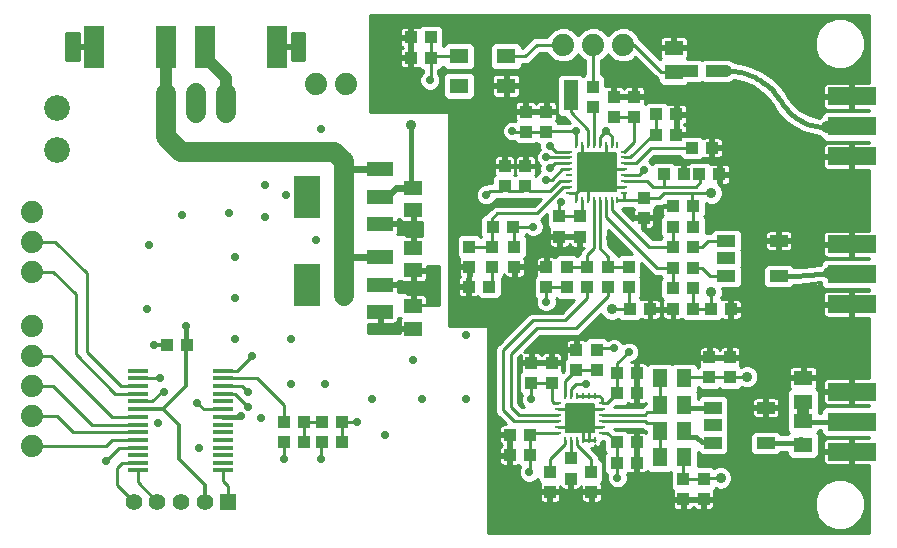
<source format=gtl>
G75*
G70*
%OFA0B0*%
%FSLAX24Y24*%
%IPPOS*%
%LPD*%
%AMOC8*
5,1,8,0,0,1.08239X$1,22.5*
%
%ADD10R,0.0110X0.0232*%
%ADD11R,0.0232X0.0110*%
%ADD12C,0.0050*%
%ADD13C,0.0318*%
%ADD14R,0.0433X0.0394*%
%ADD15R,0.0394X0.0433*%
%ADD16R,0.0880X0.0480*%
%ADD17R,0.0866X0.1417*%
%ADD18R,0.0591X0.0512*%
%ADD19R,0.0650X0.0170*%
%ADD20R,0.0560X0.0560*%
%ADD21C,0.0560*%
%ADD22C,0.0660*%
%ADD23C,0.0860*%
%ADD24R,0.0700X0.1400*%
%ADD25R,0.0512X0.0630*%
%ADD26R,0.0630X0.0512*%
%ADD27C,0.0740*%
%ADD28R,0.0610X0.0394*%
%ADD29R,0.1600X0.0600*%
%ADD30R,0.0500X0.1000*%
%ADD31C,0.0100*%
%ADD32C,0.0278*%
%ADD33C,0.0160*%
%ADD34C,0.0120*%
%ADD35C,0.0400*%
%ADD36C,0.0357*%
%ADD37C,0.0240*%
D10*
X021515Y003859D03*
X021711Y003859D03*
X021908Y003859D03*
X022105Y003859D03*
X022302Y003859D03*
X022499Y003859D03*
X022499Y005316D03*
X022302Y005316D03*
X022105Y005316D03*
X021908Y005316D03*
X021711Y005316D03*
X021515Y005316D03*
X021880Y011858D03*
X022077Y011858D03*
X022274Y011858D03*
X022471Y011858D03*
X022668Y011858D03*
X022865Y011858D03*
X023061Y011858D03*
X023258Y011858D03*
X023258Y013692D03*
X023061Y013692D03*
X022865Y013692D03*
X022668Y013692D03*
X022471Y013692D03*
X022274Y013692D03*
X022077Y013692D03*
X021880Y013692D03*
D11*
X021652Y013464D03*
X021652Y013267D03*
X021652Y013070D03*
X021652Y012873D03*
X021652Y012677D03*
X021652Y012480D03*
X021652Y012283D03*
X021652Y012086D03*
X023487Y012086D03*
X023487Y012283D03*
X023487Y012480D03*
X023487Y012677D03*
X023487Y012873D03*
X023487Y013070D03*
X023487Y013267D03*
X023487Y013464D03*
X022735Y005080D03*
X022735Y004883D03*
X022735Y004686D03*
X022735Y004489D03*
X022735Y004292D03*
X022735Y004095D03*
X021278Y004095D03*
X021278Y004292D03*
X021278Y004489D03*
X021278Y004686D03*
X021278Y004883D03*
X021278Y005080D03*
D12*
X021534Y005060D02*
X021534Y004115D01*
X022479Y004115D01*
X022479Y005060D01*
X021534Y005060D01*
X021534Y005036D02*
X022479Y005036D01*
X022479Y004987D02*
X021534Y004987D01*
X021534Y004939D02*
X022479Y004939D01*
X022479Y004890D02*
X021534Y004890D01*
X021534Y004842D02*
X022479Y004842D01*
X022479Y004793D02*
X021534Y004793D01*
X021534Y004745D02*
X022479Y004745D01*
X022479Y004696D02*
X021534Y004696D01*
X021534Y004648D02*
X022479Y004648D01*
X022479Y004599D02*
X021534Y004599D01*
X021534Y004551D02*
X022479Y004551D01*
X022479Y004502D02*
X021534Y004502D01*
X021534Y004454D02*
X022479Y004454D01*
X022479Y004405D02*
X021534Y004405D01*
X021534Y004357D02*
X022479Y004357D01*
X022479Y004308D02*
X021534Y004308D01*
X021534Y004260D02*
X022479Y004260D01*
X022479Y004211D02*
X021534Y004211D01*
X021534Y004163D02*
X022479Y004163D01*
X021939Y012145D02*
X021939Y013405D01*
X023199Y013405D01*
X023199Y012145D01*
X021939Y012145D01*
X021939Y012165D02*
X023199Y012165D01*
X023199Y012214D02*
X021939Y012214D01*
X021939Y012262D02*
X023199Y012262D01*
X023199Y012311D02*
X021939Y012311D01*
X021939Y012359D02*
X023199Y012359D01*
X023199Y012408D02*
X021939Y012408D01*
X021939Y012456D02*
X023199Y012456D01*
X023199Y012505D02*
X021939Y012505D01*
X021939Y012553D02*
X023199Y012553D01*
X023199Y012602D02*
X021939Y012602D01*
X021939Y012650D02*
X023199Y012650D01*
X023199Y012699D02*
X021939Y012699D01*
X021939Y012747D02*
X023199Y012747D01*
X023199Y012796D02*
X021939Y012796D01*
X021939Y012844D02*
X023199Y012844D01*
X023199Y012893D02*
X021939Y012893D01*
X021939Y012941D02*
X023199Y012941D01*
X023199Y012990D02*
X021939Y012990D01*
X021939Y013038D02*
X023199Y013038D01*
X023199Y013087D02*
X021939Y013087D01*
X021939Y013135D02*
X023199Y013135D01*
X023199Y013184D02*
X021939Y013184D01*
X021939Y013232D02*
X023199Y013232D01*
X023199Y013281D02*
X021939Y013281D01*
X021939Y013329D02*
X023199Y013329D01*
X023199Y013378D02*
X021939Y013378D01*
D13*
X022097Y013247D03*
X022569Y013247D03*
X022569Y012775D03*
X022097Y012775D03*
X022097Y012303D03*
X022569Y012303D03*
X023042Y012303D03*
X023042Y012775D03*
X023042Y013247D03*
X022341Y004922D03*
X022007Y004922D03*
X021672Y004922D03*
X021672Y004588D03*
X022007Y004588D03*
X022341Y004588D03*
X022341Y004253D03*
X022007Y004253D03*
X021672Y004253D03*
D14*
X020341Y004025D03*
X019672Y004025D03*
X019672Y003338D03*
X020341Y003338D03*
X023235Y003088D03*
X023904Y003088D03*
X023904Y003775D03*
X023235Y003775D03*
X023235Y005400D03*
X023904Y005400D03*
X023904Y006088D03*
X023235Y006088D03*
X023672Y008213D03*
X024341Y008213D03*
X025110Y008213D03*
X025779Y008213D03*
X026360Y008213D03*
X027029Y008213D03*
X025779Y008900D03*
X025110Y008900D03*
X025110Y009588D03*
X025779Y009588D03*
X025779Y010275D03*
X025110Y010275D03*
X025110Y010963D03*
X025779Y010963D03*
X025779Y011650D03*
X025110Y011650D03*
X024797Y012713D03*
X025466Y012713D03*
X025985Y012713D03*
X026654Y012713D03*
X026404Y013588D03*
X025735Y013588D03*
X025216Y014025D03*
X024547Y014025D03*
X024547Y014713D03*
X025216Y014713D03*
X025735Y016150D03*
X026404Y016150D03*
X017029Y016588D03*
X016360Y016588D03*
X016360Y017275D03*
X017029Y017275D03*
X019110Y010963D03*
X019779Y010963D03*
X018966Y008963D03*
X018297Y008963D03*
X014068Y004458D03*
X013399Y004458D03*
X012818Y004451D03*
X012149Y004451D03*
X012149Y003776D03*
X012818Y003776D03*
X013399Y003783D03*
X014068Y003783D03*
X008904Y007025D03*
X008235Y007025D03*
D15*
X018319Y009628D03*
X018319Y010297D03*
X019069Y010297D03*
X019819Y010297D03*
X019819Y009628D03*
X019069Y009628D03*
X020882Y009610D03*
X021569Y009610D03*
X022257Y009610D03*
X022944Y009610D03*
X023632Y009610D03*
X023632Y008940D03*
X022944Y008940D03*
X022257Y008940D03*
X021569Y008940D03*
X020882Y008940D03*
X021318Y010630D03*
X021999Y010630D03*
X021999Y011300D03*
X021318Y011300D03*
X020189Y012313D03*
X019495Y012313D03*
X019495Y012982D03*
X020189Y012982D03*
X020194Y014128D03*
X020882Y014128D03*
X020882Y014797D03*
X020194Y014797D03*
X022444Y014940D03*
X023132Y014628D03*
X023819Y014628D03*
X023819Y015297D03*
X023132Y015297D03*
X022444Y015610D03*
X024132Y011922D03*
X024132Y011253D03*
X022569Y006860D03*
X021882Y006860D03*
X021069Y006422D03*
X020382Y006422D03*
X020382Y005753D03*
X021069Y005753D03*
X021882Y006190D03*
X022569Y006190D03*
X026319Y005940D03*
X027007Y005940D03*
X027007Y006610D03*
X026319Y006610D03*
X021694Y003235D03*
X021007Y002797D03*
X021694Y002565D03*
X022382Y002797D03*
X022382Y002128D03*
X021007Y002128D03*
X025444Y001878D03*
X026132Y001878D03*
X026132Y002547D03*
X025444Y002547D03*
D16*
X015352Y008115D03*
X015352Y009025D03*
X015352Y009935D03*
X015352Y011053D03*
X015352Y011963D03*
X015352Y012873D03*
D17*
X012912Y011963D03*
X012912Y009025D03*
D18*
X016453Y009509D03*
X016453Y010257D03*
X016453Y011506D03*
X016453Y012254D03*
X016453Y008307D03*
X016453Y007559D03*
D19*
X010121Y006156D03*
X010121Y005906D03*
X010121Y005646D03*
X010121Y005396D03*
X010121Y005136D03*
X010121Y004876D03*
X010121Y004626D03*
X010121Y004366D03*
X010121Y004116D03*
X010121Y003856D03*
X010121Y003596D03*
X010121Y003346D03*
X010121Y003086D03*
X010121Y002836D03*
X007261Y002836D03*
X007261Y003086D03*
X007261Y003346D03*
X007261Y003596D03*
X007261Y003856D03*
X007261Y004116D03*
X007261Y004366D03*
X007261Y004626D03*
X007261Y004876D03*
X007261Y005136D03*
X007261Y005396D03*
X007261Y005646D03*
X007261Y005906D03*
X007261Y006156D03*
D20*
X010281Y001794D03*
D21*
X009493Y001794D03*
X008706Y001794D03*
X007919Y001794D03*
X007131Y001794D03*
D22*
X014132Y008650D02*
X014132Y009088D01*
X014132Y012963D01*
X014132Y013150D01*
X013819Y013463D01*
X008694Y013463D01*
X008194Y013963D01*
X008194Y015088D01*
X008194Y015418D02*
X008194Y014758D01*
X009194Y014758D02*
X009194Y015418D01*
X010194Y015418D02*
X010194Y014758D01*
D23*
X004569Y014901D03*
X004569Y013524D03*
D24*
X005807Y016963D03*
X008207Y016963D03*
X009494Y016963D03*
X011894Y016963D03*
D25*
X024676Y005900D03*
X025463Y005900D03*
X025463Y005025D03*
X024676Y005025D03*
X024676Y004150D03*
X025463Y004150D03*
X025463Y003275D03*
X024676Y003275D03*
D26*
X029444Y003694D03*
X029444Y004481D03*
X029444Y005131D03*
X029444Y005919D03*
X019544Y015658D03*
X019544Y016642D03*
X017969Y016642D03*
X017969Y015658D03*
X025132Y016131D03*
X025132Y016919D03*
D27*
X023444Y017025D03*
X022444Y017025D03*
X021444Y017025D03*
X014194Y015713D03*
X013194Y015713D03*
X003757Y011463D03*
X003757Y010463D03*
X003757Y009463D03*
X003757Y007650D03*
X003757Y006650D03*
X003757Y005650D03*
X003757Y004650D03*
X003757Y003650D03*
D28*
X026443Y003747D03*
X026443Y004338D03*
X026443Y004928D03*
X028195Y004928D03*
X028195Y003747D03*
X028633Y009309D03*
X026881Y009309D03*
X026881Y009900D03*
X026881Y010491D03*
X028633Y010491D03*
D29*
X031059Y010383D03*
X031059Y009383D03*
X031059Y008383D03*
X031059Y005462D03*
X031059Y004462D03*
X031059Y003462D03*
X031059Y013305D03*
X031059Y014305D03*
X031059Y015305D03*
D30*
X021694Y015338D03*
D31*
X021694Y014775D01*
X022274Y014195D01*
X022274Y013692D01*
X022471Y013692D02*
X022471Y014851D01*
X022444Y014940D01*
X023132Y014628D02*
X023819Y014628D01*
X023819Y013797D01*
X023487Y013464D01*
X023487Y013267D02*
X023686Y013267D01*
X024444Y014025D01*
X024547Y014025D01*
X024547Y014713D01*
X024929Y015041D02*
X024851Y015119D01*
X024244Y015119D01*
X024159Y015035D01*
X024166Y015061D01*
X024166Y015249D01*
X023868Y015249D01*
X023868Y015346D01*
X023771Y015346D01*
X023771Y015664D01*
X023603Y015664D01*
X023565Y015653D01*
X023530Y015634D01*
X023502Y015606D01*
X023483Y015572D01*
X023476Y015545D01*
X023468Y015572D01*
X023449Y015606D01*
X023421Y015634D01*
X023387Y015653D01*
X023348Y015664D01*
X023180Y015664D01*
X023180Y015346D01*
X023083Y015346D01*
X023083Y015664D01*
X022915Y015664D01*
X022877Y015653D01*
X022851Y015639D01*
X022851Y015913D01*
X022728Y016036D01*
X022704Y016036D01*
X022704Y016505D01*
X022773Y016533D01*
X022936Y016696D01*
X022944Y016716D01*
X022953Y016696D01*
X023116Y016533D01*
X023329Y016445D01*
X023560Y016445D01*
X023773Y016533D01*
X023858Y016619D01*
X024566Y015911D01*
X024607Y015894D01*
X024607Y015788D01*
X024730Y015665D01*
X025534Y015665D01*
X025608Y015740D01*
X025816Y015740D01*
X025824Y015743D01*
X026038Y015743D01*
X026069Y015774D01*
X026100Y015743D01*
X026315Y015743D01*
X026322Y015740D01*
X026963Y015740D01*
X027114Y015802D01*
X027151Y015839D01*
X027439Y015784D01*
X027782Y015639D01*
X028087Y015426D01*
X028341Y015154D01*
X028446Y015000D01*
X028585Y014766D01*
X028978Y014384D01*
X029456Y014116D01*
X029963Y013987D01*
X030044Y013915D01*
X030056Y013911D01*
X030172Y013795D01*
X031637Y013795D01*
X031637Y013755D01*
X031109Y013755D01*
X031109Y013355D01*
X031009Y013355D01*
X031009Y013755D01*
X030240Y013755D01*
X030202Y013744D01*
X030167Y013725D01*
X030139Y013697D01*
X030120Y013662D01*
X030109Y013624D01*
X030109Y013355D01*
X031009Y013355D01*
X031009Y013255D01*
X030109Y013255D01*
X030109Y012985D01*
X030120Y012947D01*
X030139Y012912D01*
X030167Y012884D01*
X030202Y012865D01*
X030240Y012855D01*
X031009Y012855D01*
X031009Y013255D01*
X031109Y013255D01*
X031109Y012855D01*
X031637Y012855D01*
X031637Y010833D01*
X031109Y010833D01*
X031109Y010433D01*
X031009Y010433D01*
X031009Y010333D01*
X030109Y010333D01*
X030109Y010064D01*
X030120Y010025D01*
X030139Y009991D01*
X030167Y009963D01*
X030202Y009943D01*
X030240Y009933D01*
X031009Y009933D01*
X031009Y010333D01*
X031109Y010333D01*
X031109Y009933D01*
X031637Y009933D01*
X031637Y009893D01*
X030172Y009893D01*
X030049Y009770D01*
X030049Y009709D01*
X030025Y009686D01*
X029673Y009659D01*
X029468Y009625D01*
X029267Y009605D01*
X029140Y009601D01*
X029025Y009716D01*
X028241Y009716D01*
X028118Y009593D01*
X028118Y009026D01*
X028241Y008903D01*
X029025Y008903D01*
X029139Y009016D01*
X029311Y009022D01*
X029491Y009043D01*
X029497Y009042D01*
X029548Y009050D01*
X029599Y009056D01*
X029602Y009058D01*
X029744Y009079D01*
X030038Y009101D01*
X030049Y009089D01*
X030049Y008996D01*
X030172Y008873D01*
X031637Y008873D01*
X031637Y008833D01*
X031109Y008833D01*
X031109Y008433D01*
X031009Y008433D01*
X031009Y008333D01*
X030109Y008333D01*
X030109Y008064D01*
X030120Y008025D01*
X030139Y007991D01*
X030167Y007963D01*
X030202Y007943D01*
X030240Y007933D01*
X031009Y007933D01*
X031009Y008333D01*
X031109Y008333D01*
X031109Y007933D01*
X031637Y007933D01*
X031637Y005912D01*
X031109Y005912D01*
X031109Y005512D01*
X031009Y005512D01*
X031009Y005412D01*
X030109Y005412D01*
X030109Y005142D01*
X030120Y005104D01*
X030139Y005070D01*
X030167Y005042D01*
X030202Y005022D01*
X030240Y005012D01*
X031009Y005012D01*
X031009Y005412D01*
X031109Y005412D01*
X031109Y005012D01*
X031637Y005012D01*
X031637Y004972D01*
X030172Y004972D01*
X030049Y004849D01*
X030049Y004752D01*
X029969Y004752D01*
X029969Y005474D01*
X029876Y005567D01*
X029879Y005571D01*
X029899Y005605D01*
X029909Y005643D01*
X029909Y005869D01*
X029494Y005869D01*
X029494Y005969D01*
X029394Y005969D01*
X029394Y006325D01*
X029110Y006325D01*
X029071Y006314D01*
X029037Y006295D01*
X029009Y006267D01*
X028990Y006233D01*
X028979Y006194D01*
X028979Y005969D01*
X029394Y005969D01*
X029394Y005869D01*
X028979Y005869D01*
X028979Y005643D01*
X028990Y005605D01*
X029009Y005571D01*
X029013Y005567D01*
X028919Y005474D01*
X028919Y004138D01*
X028970Y004087D01*
X028920Y004037D01*
X028704Y004037D01*
X028587Y004154D01*
X027803Y004154D01*
X027680Y004031D01*
X027680Y003463D01*
X027803Y003340D01*
X028587Y003340D01*
X028704Y003457D01*
X028919Y003457D01*
X028919Y003351D01*
X029042Y003228D01*
X029846Y003228D01*
X029969Y003351D01*
X029969Y004037D01*
X029918Y004087D01*
X029969Y004138D01*
X029969Y004172D01*
X030049Y004172D01*
X030049Y004075D01*
X030172Y003952D01*
X031637Y003952D01*
X031637Y003912D01*
X031109Y003912D01*
X031109Y003512D01*
X031009Y003512D01*
X031009Y003412D01*
X030109Y003412D01*
X030109Y003142D01*
X030120Y003104D01*
X030139Y003070D01*
X030167Y003042D01*
X030202Y003022D01*
X030240Y003012D01*
X031009Y003012D01*
X031009Y003412D01*
X031109Y003412D01*
X031109Y003012D01*
X031637Y003012D01*
X031637Y000735D01*
X018944Y000735D01*
X018944Y007650D01*
X017632Y007650D01*
X017632Y014775D01*
X015007Y014775D01*
X015007Y018032D01*
X031637Y018032D01*
X031637Y015755D01*
X031109Y015755D01*
X031109Y015355D01*
X031009Y015355D01*
X031009Y015755D01*
X030240Y015755D01*
X030202Y015744D01*
X030167Y015725D01*
X030139Y015697D01*
X030120Y015662D01*
X030109Y015624D01*
X030109Y015355D01*
X031009Y015355D01*
X031009Y015255D01*
X030109Y015255D01*
X030109Y014985D01*
X030120Y014947D01*
X030139Y014912D01*
X030167Y014884D01*
X030202Y014865D01*
X030240Y014855D01*
X031009Y014855D01*
X031009Y015255D01*
X031109Y015255D01*
X031109Y014855D01*
X031637Y014855D01*
X031637Y014815D01*
X030172Y014815D01*
X030049Y014692D01*
X030049Y014630D01*
X030006Y014610D01*
X029990Y014592D01*
X029677Y014672D01*
X029335Y014863D01*
X029055Y015136D01*
X028944Y015298D01*
X028943Y015299D01*
X028914Y015348D01*
X028913Y015348D01*
X028814Y015512D01*
X028475Y015874D01*
X028068Y016158D01*
X027611Y016351D01*
X027177Y016435D01*
X027114Y016498D01*
X026963Y016560D01*
X026322Y016560D01*
X026315Y016557D01*
X026100Y016557D01*
X026069Y016526D01*
X026038Y016557D01*
X025824Y016557D01*
X025816Y016560D01*
X025571Y016560D01*
X025563Y016567D01*
X025567Y016571D01*
X025587Y016605D01*
X025597Y016643D01*
X025597Y016869D01*
X025182Y016869D01*
X025182Y016969D01*
X025082Y016969D01*
X025082Y017325D01*
X024797Y017325D01*
X024759Y017314D01*
X024725Y017295D01*
X024697Y017267D01*
X024677Y017233D01*
X024667Y017194D01*
X024667Y016969D01*
X025082Y016969D01*
X025082Y016869D01*
X024667Y016869D01*
X024667Y016643D01*
X024677Y016605D01*
X024697Y016571D01*
X024700Y016567D01*
X024672Y016540D01*
X024040Y017172D01*
X023991Y017221D01*
X023936Y017354D01*
X023773Y017517D01*
X023560Y017605D01*
X023329Y017605D01*
X023116Y017517D01*
X022953Y017354D01*
X022944Y017334D01*
X022936Y017354D01*
X022773Y017517D01*
X022560Y017605D01*
X022329Y017605D01*
X022116Y017517D01*
X021953Y017354D01*
X021944Y017334D01*
X021936Y017354D01*
X021773Y017517D01*
X021560Y017605D01*
X021329Y017605D01*
X021116Y017517D01*
X020953Y017354D01*
X020924Y017285D01*
X020518Y017285D01*
X020422Y017245D01*
X020349Y017172D01*
X020079Y016902D01*
X020069Y016902D01*
X020069Y016985D01*
X019946Y017108D01*
X019142Y017108D01*
X019019Y016985D01*
X019019Y016299D01*
X019142Y016176D01*
X019946Y016176D01*
X020069Y016299D01*
X020069Y016382D01*
X020238Y016382D01*
X020334Y016422D01*
X020677Y016765D01*
X020924Y016765D01*
X020953Y016696D01*
X021116Y016533D01*
X021329Y016445D01*
X021560Y016445D01*
X021773Y016533D01*
X021936Y016696D01*
X021944Y016716D01*
X021953Y016696D01*
X022116Y016533D01*
X022184Y016505D01*
X022184Y016036D01*
X022160Y016036D01*
X022102Y015977D01*
X022031Y016047D01*
X021357Y016047D01*
X021234Y015924D01*
X021234Y014751D01*
X021357Y014628D01*
X021474Y014628D01*
X021547Y014555D01*
X021670Y014432D01*
X021648Y014410D01*
X021289Y014410D01*
X021289Y014431D01*
X021211Y014509D01*
X021218Y014523D01*
X021229Y014561D01*
X021229Y014749D01*
X020930Y014749D01*
X020930Y014846D01*
X020833Y014846D01*
X020833Y015164D01*
X020665Y015164D01*
X020627Y015153D01*
X020593Y015134D01*
X020565Y015106D01*
X020545Y015072D01*
X020538Y015045D01*
X020531Y015072D01*
X020511Y015106D01*
X020483Y015134D01*
X020449Y015153D01*
X020411Y015164D01*
X020243Y015164D01*
X020243Y014846D01*
X020146Y014846D01*
X020146Y015164D01*
X019978Y015164D01*
X019940Y015153D01*
X019905Y015134D01*
X019877Y015106D01*
X019858Y015072D01*
X019847Y015033D01*
X019847Y014846D01*
X020146Y014846D01*
X020146Y014749D01*
X019847Y014749D01*
X019847Y014561D01*
X019858Y014523D01*
X019865Y014509D01*
X019847Y014491D01*
X019826Y014499D01*
X019687Y014499D01*
X019559Y014446D01*
X019461Y014348D01*
X019408Y014219D01*
X019408Y014081D01*
X019461Y013952D01*
X019559Y013854D01*
X019687Y013801D01*
X019811Y013801D01*
X019910Y013701D01*
X020478Y013701D01*
X020538Y013761D01*
X020598Y013701D01*
X020658Y013701D01*
X020658Y013581D01*
X020673Y013544D01*
X020594Y013465D01*
X020541Y013337D01*
X020541Y013198D01*
X020594Y013069D01*
X020668Y012995D01*
X020658Y012969D01*
X020658Y012831D01*
X020668Y012805D01*
X020586Y012723D01*
X020558Y012655D01*
X020518Y012694D01*
X020525Y012708D01*
X020536Y012746D01*
X020536Y012934D01*
X020237Y012934D01*
X020237Y013031D01*
X020140Y013031D01*
X020140Y013349D01*
X019972Y013349D01*
X019934Y013338D01*
X019900Y013319D01*
X019872Y013291D01*
X019852Y013257D01*
X019842Y013218D01*
X019842Y013031D01*
X020140Y013031D01*
X020140Y012934D01*
X019842Y012934D01*
X019842Y012746D01*
X019852Y012708D01*
X019860Y012694D01*
X019842Y012676D01*
X019824Y012694D01*
X019832Y012708D01*
X019842Y012746D01*
X019842Y012934D01*
X019543Y012934D01*
X019543Y013031D01*
X019447Y013031D01*
X019447Y013349D01*
X019278Y013349D01*
X019240Y013338D01*
X019206Y013319D01*
X019178Y013291D01*
X019158Y013257D01*
X019148Y013218D01*
X019148Y013031D01*
X019447Y013031D01*
X019447Y012934D01*
X019148Y012934D01*
X019148Y012746D01*
X019158Y012708D01*
X019166Y012694D01*
X019088Y012616D01*
X019088Y012410D01*
X018955Y012410D01*
X018868Y012374D01*
X018812Y012374D01*
X018684Y012321D01*
X018586Y012223D01*
X018533Y012094D01*
X018533Y011956D01*
X018586Y011827D01*
X018684Y011729D01*
X018812Y011676D01*
X018951Y011676D01*
X019079Y011729D01*
X019178Y011827D01*
X019204Y011890D01*
X019207Y011890D01*
X019211Y011886D01*
X019779Y011886D01*
X019782Y011890D01*
X019901Y011890D01*
X019905Y011886D01*
X020473Y011886D01*
X020476Y011890D01*
X020692Y011890D01*
X020462Y011660D01*
X019205Y011660D01*
X019109Y011620D01*
X019036Y011547D01*
X018858Y011369D01*
X018806Y011369D01*
X018683Y011246D01*
X018683Y010679D01*
X018712Y010650D01*
X018694Y010633D01*
X018603Y010724D01*
X018035Y010724D01*
X017912Y010601D01*
X017912Y009994D01*
X017990Y009916D01*
X017983Y009902D01*
X017972Y009864D01*
X017972Y009676D01*
X018271Y009676D01*
X018271Y009579D01*
X018368Y009579D01*
X018368Y009309D01*
X018346Y009309D01*
X018346Y009011D01*
X018249Y009011D01*
X018249Y009261D01*
X018271Y009261D01*
X018271Y009579D01*
X017972Y009579D01*
X017972Y009392D01*
X017983Y009353D01*
X018002Y009319D01*
X018023Y009299D01*
X017988Y009279D01*
X017961Y009251D01*
X017941Y009217D01*
X017931Y009179D01*
X017931Y009011D01*
X018249Y009011D01*
X018249Y008914D01*
X018346Y008914D01*
X018346Y008616D01*
X018533Y008616D01*
X018572Y008626D01*
X018585Y008634D01*
X018663Y008556D01*
X019270Y008556D01*
X019393Y008679D01*
X019393Y009241D01*
X019476Y009324D01*
X019476Y009378D01*
X019483Y009353D01*
X019502Y009319D01*
X019530Y009291D01*
X019565Y009272D01*
X019603Y009261D01*
X019771Y009261D01*
X019771Y009579D01*
X019868Y009579D01*
X019868Y009676D01*
X020166Y009676D01*
X020166Y009864D01*
X020156Y009902D01*
X020148Y009916D01*
X020226Y009994D01*
X020226Y010601D01*
X020177Y010650D01*
X020205Y010679D01*
X020205Y010703D01*
X020211Y010703D01*
X020247Y010667D01*
X020375Y010613D01*
X020514Y010613D01*
X020642Y010667D01*
X020740Y010765D01*
X020793Y010893D01*
X020793Y011032D01*
X020740Y011160D01*
X020719Y011182D01*
X020790Y011253D01*
X020911Y011374D01*
X020911Y010996D01*
X020989Y010918D01*
X020982Y010905D01*
X020971Y010867D01*
X020971Y010679D01*
X021270Y010679D01*
X021270Y010582D01*
X021367Y010582D01*
X021367Y010679D01*
X021665Y010679D01*
X021951Y010679D01*
X021951Y010582D01*
X021367Y010582D01*
X021367Y010264D01*
X021535Y010264D01*
X021573Y010274D01*
X021607Y010294D01*
X021635Y010322D01*
X021655Y010356D01*
X021659Y010371D01*
X021663Y010356D01*
X021683Y010322D01*
X021710Y010294D01*
X021745Y010274D01*
X021783Y010264D01*
X021951Y010264D01*
X021951Y010582D01*
X022048Y010582D01*
X022048Y010264D01*
X022128Y010264D01*
X022036Y010172D01*
X021997Y010077D01*
X021997Y010036D01*
X021973Y010036D01*
X021913Y009976D01*
X021853Y010036D01*
X021285Y010036D01*
X021183Y009934D01*
X021171Y009946D01*
X021137Y009966D01*
X021098Y009976D01*
X020930Y009976D01*
X020930Y009658D01*
X020833Y009658D01*
X020833Y009561D01*
X020535Y009561D01*
X020535Y009373D01*
X020545Y009335D01*
X020553Y009322D01*
X020475Y009244D01*
X020475Y008637D01*
X020547Y008565D01*
X020533Y008532D01*
X020533Y008393D01*
X020586Y008265D01*
X020684Y008167D01*
X020812Y008113D01*
X020951Y008113D01*
X021079Y008167D01*
X021178Y008265D01*
X021231Y008393D01*
X021231Y008532D01*
X021217Y008565D01*
X021226Y008574D01*
X021285Y008514D01*
X021815Y008514D01*
X021399Y008097D01*
X020393Y008097D01*
X020297Y008058D01*
X020224Y007985D01*
X020224Y007985D01*
X019297Y007058D01*
X019224Y006985D01*
X019184Y006889D01*
X019184Y004786D01*
X019224Y004690D01*
X019297Y004617D01*
X019542Y004372D01*
X019436Y004372D01*
X019398Y004362D01*
X019363Y004342D01*
X019336Y004314D01*
X019316Y004280D01*
X019306Y004242D01*
X019306Y004073D01*
X019624Y004073D01*
X019624Y003977D01*
X019306Y003977D01*
X019306Y003808D01*
X019316Y003770D01*
X019336Y003736D01*
X019363Y003708D01*
X019398Y003688D01*
X019424Y003681D01*
X019398Y003674D01*
X019363Y003654D01*
X019336Y003626D01*
X019316Y003592D01*
X019306Y003554D01*
X019306Y003386D01*
X019624Y003386D01*
X019624Y003977D01*
X019721Y003977D01*
X019721Y003678D01*
X019721Y003386D01*
X019624Y003386D01*
X019624Y003289D01*
X019721Y003289D01*
X019721Y002991D01*
X019908Y002991D01*
X019947Y003001D01*
X019960Y003009D01*
X020015Y002953D01*
X019970Y002844D01*
X019970Y002706D01*
X020023Y002577D01*
X020122Y002479D01*
X020250Y002426D01*
X020389Y002426D01*
X020517Y002479D01*
X020600Y002562D01*
X020600Y002494D01*
X020678Y002416D01*
X020670Y002402D01*
X020660Y002364D01*
X020660Y002176D01*
X020958Y002176D01*
X020958Y002079D01*
X021055Y002079D01*
X021055Y001761D01*
X021223Y001761D01*
X021262Y001772D01*
X021296Y001791D01*
X021324Y001819D01*
X021343Y001853D01*
X021354Y001892D01*
X021354Y002079D01*
X021055Y002079D01*
X021055Y002176D01*
X021354Y002176D01*
X021354Y002306D01*
X021358Y002291D01*
X021377Y002257D01*
X021405Y002229D01*
X021440Y002209D01*
X021478Y002199D01*
X021646Y002199D01*
X021646Y002517D01*
X021743Y002517D01*
X021743Y002199D01*
X021911Y002199D01*
X021949Y002209D01*
X021983Y002229D01*
X022011Y002257D01*
X022031Y002291D01*
X022035Y002306D01*
X022035Y002176D01*
X022333Y002176D01*
X022333Y002079D01*
X022430Y002079D01*
X022430Y001761D01*
X022598Y001761D01*
X022637Y001772D01*
X022671Y001791D01*
X022699Y001819D01*
X022718Y001853D01*
X022729Y001892D01*
X022729Y002079D01*
X022430Y002079D01*
X022430Y002176D01*
X022729Y002176D01*
X022729Y002364D01*
X022718Y002402D01*
X022711Y002416D01*
X022789Y002494D01*
X022789Y003101D01*
X022666Y003224D01*
X022642Y003224D01*
X022642Y003264D01*
X022602Y003360D01*
X022369Y003593D01*
X022377Y003593D01*
X022400Y003599D01*
X022424Y003593D01*
X022499Y003593D01*
X022574Y003593D01*
X022612Y003603D01*
X022646Y003623D01*
X022674Y003651D01*
X022694Y003685D01*
X022704Y003723D01*
X022704Y003771D01*
X022763Y003830D01*
X022808Y003830D01*
X022808Y003491D01*
X022868Y003431D01*
X022808Y003371D01*
X022808Y002804D01*
X022922Y002690D01*
X022908Y002657D01*
X022908Y002518D01*
X022961Y002390D01*
X023059Y002292D01*
X023187Y002238D01*
X023326Y002238D01*
X023454Y002292D01*
X023553Y002390D01*
X023606Y002518D01*
X023606Y002657D01*
X023579Y002722D01*
X023616Y002759D01*
X023629Y002751D01*
X023668Y002741D01*
X023855Y002741D01*
X023855Y003039D01*
X023952Y003039D01*
X023952Y002741D01*
X024140Y002741D01*
X024178Y002751D01*
X024213Y002771D01*
X024240Y002799D01*
X024256Y002826D01*
X024333Y002750D01*
X025018Y002750D01*
X025037Y002769D01*
X025037Y002244D01*
X025115Y002166D01*
X025108Y002152D01*
X025097Y002114D01*
X025097Y001926D01*
X025396Y001926D01*
X025396Y001829D01*
X025493Y001829D01*
X025493Y001511D01*
X025661Y001511D01*
X025699Y001522D01*
X025733Y001541D01*
X025761Y001569D01*
X025781Y001603D01*
X025788Y001630D01*
X025795Y001603D01*
X025815Y001569D01*
X025843Y001541D01*
X025877Y001522D01*
X025915Y001511D01*
X026083Y001511D01*
X026083Y001829D01*
X026180Y001829D01*
X026180Y001511D01*
X026348Y001511D01*
X026387Y001522D01*
X026421Y001541D01*
X026449Y001569D01*
X026468Y001603D01*
X026479Y001642D01*
X026479Y001829D01*
X026180Y001829D01*
X026180Y001926D01*
X026479Y001926D01*
X026479Y002114D01*
X026468Y002152D01*
X026461Y002166D01*
X026530Y002235D01*
X026617Y002199D01*
X026772Y002199D01*
X026914Y002258D01*
X027024Y002367D01*
X027083Y002510D01*
X027083Y002665D01*
X027024Y002808D01*
X026914Y002917D01*
X026772Y002976D01*
X026617Y002976D01*
X026474Y002917D01*
X026473Y002916D01*
X026416Y002974D01*
X025929Y002974D01*
X025929Y003462D01*
X026051Y003340D01*
X026835Y003340D01*
X026958Y003463D01*
X026958Y004031D01*
X026947Y004042D01*
X026958Y004054D01*
X026958Y004621D01*
X026947Y004633D01*
X026958Y004644D01*
X026958Y005212D01*
X026835Y005335D01*
X026051Y005335D01*
X025934Y005218D01*
X025929Y005218D01*
X025929Y005427D01*
X025893Y005463D01*
X025929Y005498D01*
X025929Y005620D01*
X026035Y005514D01*
X026603Y005514D01*
X026663Y005574D01*
X026723Y005514D01*
X027291Y005514D01*
X027392Y005615D01*
X027492Y005574D01*
X027647Y005574D01*
X027789Y005633D01*
X027899Y005742D01*
X027958Y005885D01*
X027958Y006040D01*
X027899Y006183D01*
X027789Y006292D01*
X027647Y006351D01*
X027492Y006351D01*
X027361Y006297D01*
X027336Y006322D01*
X027343Y006335D01*
X027354Y006373D01*
X027354Y006561D01*
X027055Y006561D01*
X027055Y006658D01*
X026958Y006658D01*
X026958Y006561D01*
X026368Y006561D01*
X026368Y006658D01*
X026660Y006658D01*
X026958Y006658D01*
X026958Y006976D01*
X026790Y006976D01*
X026752Y006966D01*
X026718Y006946D01*
X026690Y006918D01*
X026670Y006884D01*
X026663Y006857D01*
X026656Y006884D01*
X026636Y006918D01*
X026608Y006946D01*
X026574Y006966D01*
X026536Y006976D01*
X026368Y006976D01*
X026368Y006658D01*
X026271Y006658D01*
X026271Y006976D01*
X026103Y006976D01*
X026065Y006966D01*
X026030Y006946D01*
X026002Y006918D01*
X025983Y006884D01*
X025972Y006846D01*
X025972Y006658D01*
X026271Y006658D01*
X026271Y006561D01*
X025972Y006561D01*
X025972Y006373D01*
X025983Y006335D01*
X025990Y006322D01*
X025929Y006260D01*
X025929Y006302D01*
X025806Y006425D01*
X025120Y006425D01*
X025069Y006374D01*
X025018Y006425D01*
X024333Y006425D01*
X024256Y006349D01*
X024240Y006376D01*
X024213Y006404D01*
X024178Y006424D01*
X024140Y006434D01*
X023952Y006434D01*
X023952Y006136D01*
X023855Y006136D01*
X023855Y006434D01*
X023721Y006434D01*
X023829Y006479D01*
X023928Y006577D01*
X023981Y006706D01*
X023981Y006844D01*
X023928Y006973D01*
X023829Y007071D01*
X023701Y007124D01*
X023562Y007124D01*
X023438Y007073D01*
X023428Y007098D01*
X023329Y007196D01*
X023201Y007249D01*
X023062Y007249D01*
X022941Y007199D01*
X022853Y007286D01*
X022285Y007286D01*
X022183Y007184D01*
X022171Y007196D01*
X022137Y007216D01*
X022098Y007226D01*
X021930Y007226D01*
X021930Y006908D01*
X021833Y006908D01*
X021833Y006811D01*
X021535Y006811D01*
X021535Y006623D01*
X021545Y006585D01*
X021553Y006572D01*
X021475Y006494D01*
X021475Y006151D01*
X021428Y006104D01*
X021398Y006134D01*
X021406Y006148D01*
X021416Y006186D01*
X021416Y006374D01*
X021118Y006374D01*
X021118Y006471D01*
X021021Y006471D01*
X021021Y006789D01*
X020853Y006789D01*
X020815Y006778D01*
X020780Y006759D01*
X020752Y006731D01*
X020733Y006697D01*
X020726Y006670D01*
X020718Y006697D01*
X020699Y006731D01*
X020671Y006759D01*
X020637Y006778D01*
X020598Y006789D01*
X020430Y006789D01*
X020430Y006471D01*
X020333Y006471D01*
X020333Y006789D01*
X020165Y006789D01*
X020128Y006779D01*
X020677Y007328D01*
X021933Y007328D01*
X022029Y007367D01*
X022715Y008053D01*
X022740Y007992D01*
X022849Y007883D01*
X022992Y007824D01*
X023147Y007824D01*
X023289Y007883D01*
X023290Y007884D01*
X023369Y007806D01*
X023976Y007806D01*
X024054Y007884D01*
X024067Y007876D01*
X024105Y007866D01*
X024293Y007866D01*
X024293Y008164D01*
X024390Y008164D01*
X024390Y008261D01*
X024708Y008261D01*
X024708Y008429D01*
X024698Y008467D01*
X024678Y008501D01*
X024650Y008529D01*
X024616Y008549D01*
X024578Y008559D01*
X024390Y008559D01*
X024390Y008261D01*
X024293Y008261D01*
X024293Y008559D01*
X024105Y008559D01*
X024067Y008549D01*
X024054Y008541D01*
X023998Y008597D01*
X024039Y008637D01*
X024039Y009244D01*
X024007Y009275D01*
X024039Y009306D01*
X024039Y009750D01*
X024349Y009440D01*
X024422Y009367D01*
X024518Y009328D01*
X024683Y009328D01*
X024683Y009304D01*
X024743Y009244D01*
X024683Y009184D01*
X024683Y008616D01*
X024785Y008514D01*
X024773Y008501D01*
X024753Y008467D01*
X024743Y008429D01*
X024743Y008261D01*
X025061Y008261D01*
X025061Y008164D01*
X024743Y008164D01*
X024743Y007996D01*
X024753Y007958D01*
X024773Y007924D01*
X024801Y007896D01*
X024835Y007876D01*
X024873Y007866D01*
X025061Y007866D01*
X025061Y008164D01*
X025158Y008164D01*
X025158Y007866D01*
X025346Y007866D01*
X025384Y007876D01*
X025397Y007884D01*
X025475Y007806D01*
X026663Y007806D01*
X026741Y007884D01*
X026754Y007876D01*
X026793Y007866D01*
X026980Y007866D01*
X026980Y008164D01*
X027077Y008164D01*
X027077Y007866D01*
X027265Y007866D01*
X027303Y007876D01*
X027338Y007896D01*
X027365Y007924D01*
X027385Y007958D01*
X027395Y007996D01*
X027395Y008164D01*
X027077Y008164D01*
X027077Y008261D01*
X026980Y008261D01*
X026980Y008559D01*
X026793Y008559D01*
X026754Y008549D01*
X026741Y008541D01*
X026716Y008567D01*
X026770Y008698D01*
X026770Y008852D01*
X026749Y008903D01*
X027273Y008903D01*
X027396Y009026D01*
X027396Y009593D01*
X027384Y009605D01*
X027396Y009616D01*
X027396Y010184D01*
X027384Y010195D01*
X027396Y010207D01*
X027396Y010774D01*
X027273Y010897D01*
X026489Y010897D01*
X026366Y010774D01*
X026366Y010751D01*
X026233Y010751D01*
X026205Y010739D01*
X026205Y011246D01*
X026146Y011306D01*
X026205Y011366D01*
X026205Y011740D01*
X026305Y011699D01*
X026459Y011699D01*
X026602Y011758D01*
X026711Y011867D01*
X026770Y012010D01*
X026770Y012165D01*
X026711Y012308D01*
X026605Y012413D01*
X026605Y012664D01*
X026702Y012664D01*
X026702Y012366D01*
X026890Y012366D01*
X026928Y012376D01*
X026963Y012396D01*
X026990Y012424D01*
X027010Y012458D01*
X027020Y012496D01*
X027020Y012664D01*
X026702Y012664D01*
X026702Y012761D01*
X026605Y012761D01*
X026605Y013059D01*
X026418Y013059D01*
X026379Y013049D01*
X026366Y013041D01*
X026288Y013119D01*
X025681Y013119D01*
X025621Y013059D01*
X025515Y013059D01*
X025515Y012761D01*
X025418Y012761D01*
X025418Y013059D01*
X025230Y013059D01*
X025192Y013049D01*
X025179Y013041D01*
X025101Y013119D01*
X024494Y013119D01*
X024419Y013044D01*
X024329Y013133D01*
X024305Y013143D01*
X024489Y013328D01*
X025308Y013328D01*
X025308Y013304D01*
X025431Y013181D01*
X026038Y013181D01*
X026116Y013259D01*
X026129Y013251D01*
X026168Y013241D01*
X026355Y013241D01*
X026355Y013539D01*
X026452Y013539D01*
X026452Y013241D01*
X026640Y013241D01*
X026678Y013251D01*
X026713Y013271D01*
X026740Y013299D01*
X026760Y013333D01*
X026770Y013371D01*
X026770Y013539D01*
X026452Y013539D01*
X026452Y013636D01*
X026355Y013636D01*
X026355Y013934D01*
X026168Y013934D01*
X026129Y013924D01*
X026116Y013916D01*
X026038Y013994D01*
X025431Y013994D01*
X025413Y013977D01*
X025265Y013977D01*
X025265Y014073D01*
X025583Y014073D01*
X025583Y014242D01*
X025573Y014280D01*
X025553Y014314D01*
X025525Y014342D01*
X025491Y014362D01*
X025464Y014369D01*
X025491Y014376D01*
X025525Y014396D01*
X025553Y014424D01*
X025573Y014458D01*
X025583Y014496D01*
X025583Y014664D01*
X025265Y014664D01*
X025265Y014761D01*
X025583Y014761D01*
X025583Y014929D01*
X025573Y014967D01*
X025553Y015001D01*
X025525Y015029D01*
X025491Y015049D01*
X025453Y015059D01*
X025265Y015059D01*
X025265Y014761D01*
X025168Y014761D01*
X025168Y015059D01*
X024980Y015059D01*
X024942Y015049D01*
X024929Y015041D01*
X024867Y015103D02*
X028376Y015103D01*
X028443Y015005D02*
X025550Y015005D01*
X025583Y014906D02*
X028502Y014906D01*
X028561Y014808D02*
X025583Y014808D01*
X025265Y014808D02*
X025168Y014808D01*
X025168Y014906D02*
X025265Y014906D01*
X025265Y015005D02*
X025168Y015005D01*
X025265Y014709D02*
X028644Y014709D01*
X028585Y014766D02*
X028585Y014766D01*
X028745Y014611D02*
X025583Y014611D01*
X025583Y014512D02*
X028846Y014512D01*
X028947Y014414D02*
X025543Y014414D01*
X025552Y014315D02*
X029101Y014315D01*
X028978Y014384D02*
X028978Y014384D01*
X029277Y014217D02*
X025583Y014217D01*
X025583Y014118D02*
X029452Y014118D01*
X029456Y014116D02*
X029456Y014116D01*
X029837Y014020D02*
X025265Y014020D01*
X025265Y014073D02*
X025168Y014073D01*
X025168Y014372D01*
X025168Y014664D01*
X025265Y014664D01*
X025265Y014073D01*
X025265Y014118D02*
X025168Y014118D01*
X025168Y014217D02*
X025265Y014217D01*
X025265Y014315D02*
X025168Y014315D01*
X025168Y014414D02*
X025265Y014414D01*
X025265Y014512D02*
X025168Y014512D01*
X025168Y014611D02*
X025265Y014611D01*
X026111Y013921D02*
X026124Y013921D01*
X026355Y013921D02*
X026452Y013921D01*
X026452Y013934D02*
X026452Y013636D01*
X026770Y013636D01*
X026770Y013804D01*
X026760Y013842D01*
X026740Y013876D01*
X026713Y013904D01*
X026678Y013924D01*
X026640Y013934D01*
X026452Y013934D01*
X026452Y013823D02*
X026355Y013823D01*
X026355Y013724D02*
X026452Y013724D01*
X026452Y013626D02*
X030110Y013626D01*
X030109Y013527D02*
X026770Y013527D01*
X026770Y013429D02*
X030109Y013429D01*
X030109Y013232D02*
X026089Y013232D01*
X026355Y013330D02*
X026452Y013330D01*
X026452Y013429D02*
X026355Y013429D01*
X026355Y013527D02*
X026452Y013527D01*
X026759Y013330D02*
X031009Y013330D01*
X031009Y013232D02*
X031109Y013232D01*
X031109Y013255D02*
X031109Y013355D01*
X031637Y013355D01*
X031637Y013255D01*
X031109Y013255D01*
X031109Y013330D02*
X031637Y013330D01*
X031109Y013429D02*
X031009Y013429D01*
X031009Y013527D02*
X031109Y013527D01*
X031109Y013626D02*
X031009Y013626D01*
X031009Y013724D02*
X031109Y013724D01*
X031109Y013133D02*
X031009Y013133D01*
X031009Y013035D02*
X031109Y013035D01*
X031109Y012936D02*
X031009Y012936D01*
X031637Y012838D02*
X027020Y012838D01*
X027020Y012761D02*
X027020Y012929D01*
X027010Y012967D01*
X026990Y013001D01*
X026963Y013029D01*
X026928Y013049D01*
X026890Y013059D01*
X026702Y013059D01*
X026702Y012761D01*
X027020Y012761D01*
X027020Y012641D02*
X031637Y012641D01*
X031637Y012739D02*
X026702Y012739D01*
X026702Y012641D02*
X026605Y012641D01*
X026605Y012542D02*
X026702Y012542D01*
X026702Y012444D02*
X026605Y012444D01*
X026674Y012345D02*
X031637Y012345D01*
X031637Y012247D02*
X026736Y012247D01*
X026770Y012148D02*
X031637Y012148D01*
X031637Y012050D02*
X026770Y012050D01*
X026746Y011951D02*
X031637Y011951D01*
X031637Y011853D02*
X026696Y011853D01*
X026592Y011754D02*
X031637Y011754D01*
X031637Y011656D02*
X026205Y011656D01*
X026205Y011557D02*
X031637Y011557D01*
X031637Y011459D02*
X026205Y011459D01*
X026199Y011360D02*
X031637Y011360D01*
X031637Y011262D02*
X026190Y011262D01*
X026205Y011163D02*
X031637Y011163D01*
X031637Y011065D02*
X026205Y011065D01*
X026205Y010966D02*
X031637Y010966D01*
X031637Y010868D02*
X027303Y010868D01*
X027396Y010769D02*
X028202Y010769D01*
X028208Y010780D02*
X028188Y010745D01*
X028178Y010707D01*
X028178Y010539D01*
X028584Y010539D01*
X028584Y010442D01*
X028178Y010442D01*
X028178Y010274D01*
X028188Y010236D01*
X028208Y010202D01*
X028236Y010174D01*
X028270Y010154D01*
X028308Y010144D01*
X028584Y010144D01*
X028584Y010442D01*
X028681Y010442D01*
X028681Y010144D01*
X028958Y010144D01*
X028996Y010154D01*
X029030Y010174D01*
X029058Y010202D01*
X029078Y010236D01*
X029088Y010274D01*
X029088Y010442D01*
X028681Y010442D01*
X028681Y010539D01*
X028584Y010539D01*
X028584Y010837D01*
X028308Y010837D01*
X028270Y010827D01*
X028236Y010807D01*
X028208Y010780D01*
X028178Y010671D02*
X027396Y010671D01*
X027396Y010572D02*
X028178Y010572D01*
X028178Y010375D02*
X027396Y010375D01*
X027396Y010277D02*
X028178Y010277D01*
X028231Y010178D02*
X027396Y010178D01*
X027396Y010080D02*
X030109Y010080D01*
X030109Y010178D02*
X029034Y010178D01*
X029088Y010277D02*
X030109Y010277D01*
X030109Y010433D02*
X031009Y010433D01*
X031009Y010833D01*
X030240Y010833D01*
X030202Y010823D01*
X030167Y010803D01*
X030139Y010775D01*
X030120Y010741D01*
X030109Y010703D01*
X030109Y010433D01*
X030109Y010474D02*
X028681Y010474D01*
X028681Y010539D02*
X029088Y010539D01*
X029088Y010707D01*
X029078Y010745D01*
X029058Y010780D01*
X029030Y010807D01*
X028996Y010827D01*
X028958Y010837D01*
X028681Y010837D01*
X028681Y010539D01*
X028681Y010572D02*
X028584Y010572D01*
X028584Y010474D02*
X027396Y010474D01*
X026881Y010491D02*
X026285Y010491D01*
X026069Y010275D01*
X025779Y010275D01*
X025110Y010275D02*
X025110Y010963D01*
X024683Y010966D02*
X024461Y010966D01*
X024468Y010978D02*
X024479Y011017D01*
X024479Y011204D01*
X024180Y011204D01*
X024180Y010886D01*
X024348Y010886D01*
X024387Y010897D01*
X024421Y010916D01*
X024449Y010944D01*
X024468Y010978D01*
X024479Y011065D02*
X024683Y011065D01*
X024683Y011163D02*
X024479Y011163D01*
X024479Y011301D02*
X024180Y011301D01*
X024180Y011204D01*
X024083Y011204D01*
X023785Y011204D01*
X023785Y011177D01*
X023415Y011547D01*
X023466Y011598D01*
X023746Y011598D01*
X023803Y011541D01*
X023795Y011527D01*
X023785Y011489D01*
X023785Y011301D01*
X024083Y011301D01*
X024083Y011204D01*
X024083Y010886D01*
X024076Y010886D01*
X024427Y010535D01*
X024683Y010535D01*
X024683Y010559D01*
X024743Y010619D01*
X024683Y010679D01*
X024683Y011246D01*
X024785Y011349D01*
X024773Y011361D01*
X024753Y011395D01*
X024743Y011433D01*
X024743Y011602D01*
X025061Y011602D01*
X025061Y011698D01*
X024793Y011698D01*
X024706Y011662D01*
X024539Y011662D01*
X024539Y011619D01*
X024461Y011541D01*
X024468Y011527D01*
X024479Y011489D01*
X024479Y011301D01*
X024479Y011360D02*
X024774Y011360D01*
X024743Y011459D02*
X024479Y011459D01*
X024477Y011557D02*
X024743Y011557D01*
X024539Y011656D02*
X025061Y011656D01*
X025757Y011672D02*
X025779Y011650D01*
X025779Y011694D01*
X025757Y011672D02*
X025757Y012088D01*
X024819Y012088D01*
X024654Y011922D01*
X024132Y011922D01*
X024277Y011902D01*
X024277Y011858D01*
X023487Y011858D01*
X023487Y012086D01*
X023487Y012283D02*
X023061Y012283D01*
X023042Y012303D01*
X022569Y012303D01*
X022569Y012775D01*
X022097Y012775D02*
X022097Y012303D01*
X022097Y012336D01*
X022295Y012534D01*
X022569Y013247D01*
X022097Y013247D01*
X022077Y013247D01*
X022077Y013692D01*
X021880Y013692D02*
X021880Y013901D01*
X021882Y014150D01*
X020860Y014150D01*
X020882Y014128D01*
X020194Y014128D01*
X019779Y014128D01*
X019757Y014150D01*
X019433Y014020D02*
X017632Y014020D01*
X017632Y014118D02*
X019408Y014118D01*
X019408Y014217D02*
X017632Y014217D01*
X017632Y014315D02*
X019447Y014315D01*
X019527Y014414D02*
X017632Y014414D01*
X017632Y014512D02*
X019864Y014512D01*
X019847Y014611D02*
X017632Y014611D01*
X017632Y014709D02*
X019847Y014709D01*
X019847Y014906D02*
X015007Y014906D01*
X015007Y014808D02*
X020146Y014808D01*
X020243Y014808D02*
X020833Y014808D01*
X020833Y014846D02*
X020833Y014749D01*
X020243Y014749D01*
X020243Y014846D01*
X020535Y014846D01*
X020833Y014846D01*
X020833Y014906D02*
X020930Y014906D01*
X020930Y014846D02*
X020930Y015164D01*
X021098Y015164D01*
X021137Y015153D01*
X021171Y015134D01*
X021199Y015106D01*
X021218Y015072D01*
X021229Y015033D01*
X021229Y014846D01*
X020930Y014846D01*
X020930Y014808D02*
X021234Y014808D01*
X021229Y014906D02*
X021234Y014906D01*
X021229Y015005D02*
X021234Y015005D01*
X021234Y015103D02*
X021200Y015103D01*
X021234Y015202D02*
X018381Y015202D01*
X018371Y015192D02*
X018494Y015315D01*
X018494Y016001D01*
X018371Y016124D01*
X017567Y016124D01*
X017444Y016001D01*
X017444Y015315D01*
X017567Y015192D01*
X018371Y015192D01*
X018479Y015300D02*
X019119Y015300D01*
X019109Y015310D02*
X019137Y015282D01*
X019171Y015262D01*
X019209Y015252D01*
X019494Y015252D01*
X019494Y015608D01*
X019079Y015608D01*
X019079Y015382D01*
X019089Y015344D01*
X019109Y015310D01*
X019079Y015399D02*
X018494Y015399D01*
X018494Y015497D02*
X019079Y015497D01*
X019079Y015596D02*
X018494Y015596D01*
X018494Y015694D02*
X019494Y015694D01*
X019494Y015708D02*
X019494Y015608D01*
X019594Y015608D01*
X019594Y015252D01*
X019879Y015252D01*
X019917Y015262D01*
X019951Y015282D01*
X019979Y015310D01*
X019999Y015344D01*
X020009Y015382D01*
X020009Y015608D01*
X019594Y015608D01*
X019594Y015708D01*
X019494Y015708D01*
X019079Y015708D01*
X019079Y015934D01*
X019089Y015972D01*
X019109Y016006D01*
X019137Y016034D01*
X019171Y016054D01*
X019209Y016064D01*
X019494Y016064D01*
X019494Y015708D01*
X019494Y015793D02*
X019594Y015793D01*
X019594Y015708D02*
X019594Y016064D01*
X019879Y016064D01*
X019917Y016054D01*
X019951Y016034D01*
X019979Y016006D01*
X019999Y015972D01*
X020009Y015934D01*
X020009Y015708D01*
X019594Y015708D01*
X019594Y015694D02*
X021234Y015694D01*
X021234Y015596D02*
X020009Y015596D01*
X020009Y015497D02*
X021234Y015497D01*
X021234Y015399D02*
X020009Y015399D01*
X019969Y015300D02*
X021234Y015300D01*
X020930Y015103D02*
X020833Y015103D01*
X020833Y015005D02*
X020930Y015005D01*
X020563Y015103D02*
X020513Y015103D01*
X020243Y015103D02*
X020146Y015103D01*
X020146Y015005D02*
X020243Y015005D01*
X020243Y014906D02*
X020146Y014906D01*
X019847Y015005D02*
X015007Y015005D01*
X015007Y015103D02*
X019876Y015103D01*
X019594Y015300D02*
X019494Y015300D01*
X019494Y015399D02*
X019594Y015399D01*
X019594Y015497D02*
X019494Y015497D01*
X019494Y015596D02*
X019594Y015596D01*
X019594Y015891D02*
X019494Y015891D01*
X019494Y015990D02*
X019594Y015990D01*
X019989Y015990D02*
X021299Y015990D01*
X021234Y015891D02*
X020009Y015891D01*
X020009Y015793D02*
X021234Y015793D01*
X022089Y015990D02*
X022114Y015990D01*
X022184Y016088D02*
X018407Y016088D01*
X018371Y016176D02*
X018494Y016299D01*
X018494Y016985D01*
X018371Y017108D01*
X017567Y017108D01*
X017455Y016996D01*
X017455Y017559D01*
X017332Y017682D01*
X016725Y017682D01*
X016647Y017604D01*
X016634Y017612D01*
X016596Y017622D01*
X016408Y017622D01*
X016408Y017323D01*
X016311Y017323D01*
X016311Y017227D01*
X015993Y017227D01*
X015993Y017058D01*
X016003Y017020D01*
X016023Y016986D01*
X016051Y016958D01*
X016085Y016938D01*
X016112Y016931D01*
X016085Y016924D01*
X016051Y016904D01*
X016023Y016876D01*
X015007Y016876D01*
X015007Y016778D02*
X015993Y016778D01*
X015993Y016804D02*
X015993Y016636D01*
X016311Y016636D01*
X016311Y016539D01*
X015993Y016539D01*
X015993Y016371D01*
X016003Y016333D01*
X016023Y016299D01*
X016051Y016271D01*
X016085Y016251D01*
X016123Y016241D01*
X016311Y016241D01*
X016311Y016539D01*
X016408Y016539D01*
X016408Y016241D01*
X016596Y016241D01*
X016634Y016251D01*
X016647Y016259D01*
X016725Y016181D01*
X016769Y016181D01*
X016769Y016093D01*
X016711Y016035D01*
X016658Y015907D01*
X016658Y015768D01*
X016711Y015640D01*
X016809Y015542D01*
X016937Y015488D01*
X017076Y015488D01*
X017204Y015542D01*
X017303Y015640D01*
X017356Y015768D01*
X017356Y015907D01*
X017303Y016035D01*
X017289Y016049D01*
X017289Y016181D01*
X017332Y016181D01*
X017448Y016296D01*
X017567Y016176D01*
X018371Y016176D01*
X018382Y016187D02*
X019132Y016187D01*
X019033Y016285D02*
X018480Y016285D01*
X018494Y016384D02*
X019019Y016384D01*
X019019Y016482D02*
X018494Y016482D01*
X018494Y016581D02*
X019019Y016581D01*
X019019Y016679D02*
X018494Y016679D01*
X018494Y016778D02*
X019019Y016778D01*
X019019Y016876D02*
X018494Y016876D01*
X018494Y016975D02*
X019019Y016975D01*
X019107Y017073D02*
X018406Y017073D01*
X017969Y016642D02*
X017084Y016642D01*
X017029Y016588D01*
X017029Y015860D01*
X017007Y015838D01*
X016764Y016088D02*
X015007Y016088D01*
X015007Y015990D02*
X016692Y015990D01*
X016658Y015891D02*
X015007Y015891D01*
X015007Y015793D02*
X016658Y015793D01*
X016688Y015694D02*
X015007Y015694D01*
X015007Y015596D02*
X016755Y015596D01*
X016917Y015497D02*
X015007Y015497D01*
X015007Y015399D02*
X017444Y015399D01*
X017444Y015497D02*
X017097Y015497D01*
X017258Y015596D02*
X017444Y015596D01*
X017444Y015694D02*
X017325Y015694D01*
X017356Y015793D02*
X017444Y015793D01*
X017444Y015891D02*
X017356Y015891D01*
X017322Y015990D02*
X017444Y015990D01*
X017532Y016088D02*
X017289Y016088D01*
X017338Y016187D02*
X017557Y016187D01*
X017459Y016285D02*
X017437Y016285D01*
X017029Y016588D02*
X017029Y017275D01*
X017455Y017270D02*
X020481Y017270D01*
X020348Y017172D02*
X017455Y017172D01*
X017455Y017073D02*
X017532Y017073D01*
X017455Y017369D02*
X020968Y017369D01*
X021066Y017467D02*
X017455Y017467D01*
X017449Y017566D02*
X021234Y017566D01*
X021655Y017566D02*
X022234Y017566D01*
X022066Y017467D02*
X021822Y017467D01*
X021921Y017369D02*
X021968Y017369D01*
X022444Y017025D02*
X022444Y015610D01*
X022851Y015694D02*
X024701Y015694D01*
X024607Y015793D02*
X022851Y015793D01*
X022851Y015891D02*
X024607Y015891D01*
X024487Y015990D02*
X022775Y015990D01*
X022704Y016088D02*
X024389Y016088D01*
X024290Y016187D02*
X022704Y016187D01*
X022704Y016285D02*
X024192Y016285D01*
X024093Y016384D02*
X022704Y016384D01*
X022704Y016482D02*
X023239Y016482D01*
X023068Y016581D02*
X022820Y016581D01*
X022919Y016679D02*
X022970Y016679D01*
X023444Y017025D02*
X023819Y017025D01*
X024713Y016131D01*
X025132Y016131D01*
X025572Y016581D02*
X029958Y016581D01*
X029954Y016585D02*
X030190Y016348D01*
X030499Y016221D01*
X030833Y016221D01*
X031142Y016348D01*
X031378Y016585D01*
X031506Y016893D01*
X031506Y017228D01*
X031378Y017536D01*
X031142Y017772D01*
X030833Y017900D01*
X030499Y017900D01*
X030190Y017772D01*
X029954Y017536D01*
X029826Y017228D01*
X029826Y016893D01*
X029954Y016585D01*
X029915Y016679D02*
X025597Y016679D01*
X025597Y016778D02*
X029874Y016778D01*
X029833Y016876D02*
X025182Y016876D01*
X025182Y016969D02*
X025597Y016969D01*
X025597Y017194D01*
X025587Y017233D01*
X025567Y017267D01*
X025539Y017295D01*
X025505Y017314D01*
X025466Y017325D01*
X025182Y017325D01*
X025182Y016969D01*
X025182Y016975D02*
X025082Y016975D01*
X025082Y017073D02*
X025182Y017073D01*
X025182Y017172D02*
X025082Y017172D01*
X025082Y017270D02*
X025182Y017270D01*
X025563Y017270D02*
X029843Y017270D01*
X029826Y017172D02*
X025597Y017172D01*
X025597Y017073D02*
X029826Y017073D01*
X029826Y016975D02*
X025597Y016975D01*
X025082Y016876D02*
X024336Y016876D01*
X024434Y016778D02*
X024667Y016778D01*
X024667Y016679D02*
X024533Y016679D01*
X024631Y016581D02*
X024691Y016581D01*
X024667Y016975D02*
X024237Y016975D01*
X024139Y017073D02*
X024667Y017073D01*
X024667Y017172D02*
X024040Y017172D01*
X023971Y017270D02*
X024700Y017270D01*
X023921Y017369D02*
X029884Y017369D01*
X029925Y017467D02*
X023822Y017467D01*
X023655Y017566D02*
X029983Y017566D01*
X030082Y017664D02*
X017350Y017664D01*
X016708Y017664D02*
X015007Y017664D01*
X015007Y017566D02*
X016025Y017566D01*
X016023Y017564D02*
X016003Y017530D01*
X015993Y017492D01*
X015993Y017323D01*
X016311Y017323D01*
X016311Y017622D01*
X016123Y017622D01*
X016085Y017612D01*
X016051Y017592D01*
X016023Y017564D01*
X015993Y017467D02*
X015007Y017467D01*
X015007Y017369D02*
X015993Y017369D01*
X015993Y017172D02*
X015007Y017172D01*
X015007Y017270D02*
X016311Y017270D01*
X016311Y017227D02*
X016408Y017227D01*
X016408Y016636D01*
X016311Y016636D01*
X016311Y016934D01*
X016311Y017227D01*
X016311Y017172D02*
X016408Y017172D01*
X016408Y017073D02*
X016311Y017073D01*
X016311Y016975D02*
X016408Y016975D01*
X016408Y016876D02*
X016311Y016876D01*
X016311Y016778D02*
X016408Y016778D01*
X016408Y016679D02*
X016311Y016679D01*
X016311Y016581D02*
X015007Y016581D01*
X015007Y016679D02*
X015993Y016679D01*
X015993Y016804D02*
X016003Y016842D01*
X016023Y016876D01*
X016035Y016975D02*
X015007Y016975D01*
X015007Y017073D02*
X015993Y017073D01*
X016311Y017369D02*
X016408Y017369D01*
X016408Y017467D02*
X016311Y017467D01*
X016311Y017566D02*
X016408Y017566D01*
X015007Y017763D02*
X030180Y017763D01*
X030404Y017861D02*
X015007Y017861D01*
X015007Y017960D02*
X031637Y017960D01*
X031637Y017861D02*
X030928Y017861D01*
X031151Y017763D02*
X031637Y017763D01*
X031637Y017664D02*
X031250Y017664D01*
X031348Y017566D02*
X031637Y017566D01*
X031637Y017467D02*
X031406Y017467D01*
X031447Y017369D02*
X031637Y017369D01*
X031637Y017270D02*
X031488Y017270D01*
X031506Y017172D02*
X031637Y017172D01*
X031637Y017073D02*
X031506Y017073D01*
X031506Y016975D02*
X031637Y016975D01*
X031637Y016876D02*
X031498Y016876D01*
X031458Y016778D02*
X031637Y016778D01*
X031637Y016679D02*
X031417Y016679D01*
X031374Y016581D02*
X031637Y016581D01*
X031637Y016482D02*
X031275Y016482D01*
X031177Y016384D02*
X031637Y016384D01*
X031637Y016285D02*
X030989Y016285D01*
X030343Y016285D02*
X027768Y016285D01*
X027611Y016351D02*
X027611Y016351D01*
X027442Y016384D02*
X030155Y016384D01*
X030056Y016482D02*
X027130Y016482D01*
X027090Y015793D02*
X027393Y015793D01*
X027651Y015694D02*
X025562Y015694D01*
X024166Y015533D02*
X024166Y015346D01*
X023868Y015346D01*
X023868Y015664D01*
X024036Y015664D01*
X024074Y015653D01*
X024108Y015634D01*
X024136Y015606D01*
X024156Y015572D01*
X024166Y015533D01*
X024166Y015497D02*
X027985Y015497D01*
X028113Y015399D02*
X024166Y015399D01*
X024166Y015202D02*
X028297Y015202D01*
X028205Y015300D02*
X023868Y015300D01*
X023771Y015300D02*
X023180Y015300D01*
X023180Y015346D02*
X023479Y015346D01*
X023771Y015346D01*
X023771Y015249D01*
X023180Y015249D01*
X023180Y015346D01*
X023180Y015399D02*
X023083Y015399D01*
X023083Y015497D02*
X023180Y015497D01*
X023180Y015596D02*
X023083Y015596D01*
X023455Y015596D02*
X023496Y015596D01*
X023771Y015596D02*
X023868Y015596D01*
X023868Y015497D02*
X023771Y015497D01*
X023771Y015399D02*
X023868Y015399D01*
X024142Y015596D02*
X027844Y015596D01*
X028169Y016088D02*
X031637Y016088D01*
X031637Y015990D02*
X028310Y015990D01*
X028451Y015891D02*
X031637Y015891D01*
X031637Y015793D02*
X028552Y015793D01*
X028475Y015874D02*
X028475Y015874D01*
X028475Y015874D01*
X028644Y015694D02*
X030138Y015694D01*
X030109Y015596D02*
X028736Y015596D01*
X028814Y015512D02*
X028814Y015512D01*
X028824Y015497D02*
X030109Y015497D01*
X030109Y015399D02*
X028883Y015399D01*
X028942Y015300D02*
X031009Y015300D01*
X031009Y015202D02*
X031109Y015202D01*
X031109Y015255D02*
X031109Y015355D01*
X031637Y015355D01*
X031637Y015255D01*
X031109Y015255D01*
X031109Y015300D02*
X031637Y015300D01*
X031109Y015399D02*
X031009Y015399D01*
X031009Y015497D02*
X031109Y015497D01*
X031109Y015596D02*
X031009Y015596D01*
X031009Y015694D02*
X031109Y015694D01*
X031109Y015103D02*
X031009Y015103D01*
X031009Y015005D02*
X031109Y015005D01*
X031109Y014906D02*
X031009Y014906D01*
X030165Y014808D02*
X029435Y014808D01*
X029291Y014906D02*
X030146Y014906D01*
X030109Y015005D02*
X029190Y015005D01*
X029089Y015103D02*
X030109Y015103D01*
X030109Y015202D02*
X029010Y015202D01*
X029610Y014709D02*
X030067Y014709D01*
X030008Y014611D02*
X029918Y014611D01*
X030037Y013921D02*
X026684Y013921D01*
X026766Y013823D02*
X030144Y013823D01*
X030167Y013724D02*
X026770Y013724D01*
X025735Y013588D02*
X024382Y013588D01*
X023865Y013070D01*
X023487Y013070D01*
X023487Y012873D02*
X023140Y012873D01*
X023042Y012775D01*
X023042Y013247D01*
X022569Y013247D01*
X022865Y013247D02*
X023042Y013247D01*
X022865Y013247D02*
X022865Y013692D01*
X023061Y013692D02*
X023061Y013970D01*
X022882Y014150D01*
X022668Y013936D01*
X022668Y013692D01*
X021652Y013464D02*
X021193Y013464D01*
X021007Y013650D01*
X020658Y013626D02*
X017632Y013626D01*
X017632Y013724D02*
X019888Y013724D01*
X019635Y013823D02*
X017632Y013823D01*
X017632Y013921D02*
X019492Y013921D01*
X019543Y013349D02*
X019543Y013031D01*
X019842Y013031D01*
X019842Y013218D01*
X019832Y013257D01*
X019812Y013291D01*
X019784Y013319D01*
X019750Y013338D01*
X019712Y013349D01*
X019543Y013349D01*
X019543Y013330D02*
X019447Y013330D01*
X019447Y013232D02*
X019543Y013232D01*
X019543Y013133D02*
X019447Y013133D01*
X019447Y013035D02*
X019543Y013035D01*
X019543Y012936D02*
X020140Y012936D01*
X020237Y012936D02*
X020658Y012936D01*
X020658Y012838D02*
X020536Y012838D01*
X020534Y012739D02*
X020602Y012739D01*
X020882Y012525D02*
X021069Y012525D01*
X021418Y012873D01*
X021652Y012873D01*
X021652Y013070D02*
X021177Y013070D01*
X021007Y012900D01*
X020629Y013035D02*
X020536Y013035D01*
X020536Y013031D02*
X020536Y013218D01*
X020525Y013257D01*
X020506Y013291D01*
X020478Y013319D01*
X020444Y013338D01*
X020405Y013349D01*
X020237Y013349D01*
X020237Y013031D01*
X020536Y013031D01*
X020536Y013133D02*
X020567Y013133D01*
X020541Y013232D02*
X020532Y013232D01*
X020541Y013330D02*
X020458Y013330D01*
X020579Y013429D02*
X017632Y013429D01*
X017632Y013527D02*
X020656Y013527D01*
X020575Y013724D02*
X020501Y013724D01*
X020237Y013330D02*
X020140Y013330D01*
X020140Y013232D02*
X020237Y013232D01*
X020237Y013133D02*
X020140Y013133D01*
X020140Y013035D02*
X020237Y013035D01*
X019842Y013035D02*
X019842Y013035D01*
X019842Y013133D02*
X019842Y013133D01*
X019838Y013232D02*
X019846Y013232D01*
X019919Y013330D02*
X019764Y013330D01*
X019226Y013330D02*
X017632Y013330D01*
X017632Y013232D02*
X019152Y013232D01*
X019148Y013133D02*
X017632Y013133D01*
X017632Y013035D02*
X019148Y013035D01*
X019148Y012838D02*
X017632Y012838D01*
X017632Y012936D02*
X019447Y012936D01*
X019842Y012838D02*
X019842Y012838D01*
X019840Y012739D02*
X019844Y012739D01*
X020189Y012313D02*
X020189Y012270D01*
X020069Y012150D01*
X019658Y012150D01*
X019495Y012313D01*
X019495Y012263D01*
X019382Y012150D01*
X019007Y012150D01*
X018882Y012025D01*
X018742Y012345D02*
X017632Y012345D01*
X017632Y012247D02*
X018610Y012247D01*
X018555Y012148D02*
X017632Y012148D01*
X017632Y012050D02*
X018533Y012050D01*
X018535Y011951D02*
X017632Y011951D01*
X017632Y011853D02*
X018575Y011853D01*
X018659Y011754D02*
X017632Y011754D01*
X017632Y011656D02*
X019194Y011656D01*
X019104Y011754D02*
X020556Y011754D01*
X020654Y011853D02*
X019188Y011853D01*
X019046Y011557D02*
X017632Y011557D01*
X017632Y011459D02*
X018948Y011459D01*
X018797Y011360D02*
X017632Y011360D01*
X017632Y011262D02*
X018698Y011262D01*
X018683Y011163D02*
X017632Y011163D01*
X017632Y011065D02*
X018683Y011065D01*
X018683Y010966D02*
X017632Y010966D01*
X017632Y010868D02*
X018683Y010868D01*
X018683Y010769D02*
X017632Y010769D01*
X017632Y010671D02*
X017982Y010671D01*
X017912Y010572D02*
X017632Y010572D01*
X017632Y010474D02*
X017912Y010474D01*
X017912Y010375D02*
X017632Y010375D01*
X017632Y010277D02*
X017912Y010277D01*
X017912Y010178D02*
X017632Y010178D01*
X017632Y010080D02*
X017912Y010080D01*
X017925Y009981D02*
X017632Y009981D01*
X017632Y009883D02*
X017977Y009883D01*
X017972Y009784D02*
X017632Y009784D01*
X017632Y009686D02*
X017972Y009686D01*
X017972Y009489D02*
X017632Y009489D01*
X017632Y009587D02*
X018271Y009587D01*
X018271Y009489D02*
X018368Y009489D01*
X018368Y009390D02*
X018271Y009390D01*
X018271Y009292D02*
X018346Y009292D01*
X018346Y009193D02*
X018249Y009193D01*
X018249Y009095D02*
X018346Y009095D01*
X018249Y008996D02*
X017632Y008996D01*
X017632Y008898D02*
X017931Y008898D01*
X017931Y008914D02*
X017931Y008746D01*
X017941Y008708D01*
X017961Y008674D01*
X017988Y008646D01*
X018023Y008626D01*
X018061Y008616D01*
X018249Y008616D01*
X018249Y008914D01*
X017931Y008914D01*
X017931Y008799D02*
X017632Y008799D01*
X017632Y008701D02*
X017945Y008701D01*
X018249Y008701D02*
X018346Y008701D01*
X018346Y008799D02*
X018249Y008799D01*
X018249Y008898D02*
X018346Y008898D01*
X017931Y009095D02*
X017632Y009095D01*
X017632Y009193D02*
X017934Y009193D01*
X018010Y009292D02*
X017632Y009292D01*
X017632Y009390D02*
X017973Y009390D01*
X017319Y009390D02*
X016898Y009390D01*
X016898Y009459D02*
X016503Y009459D01*
X016503Y009103D01*
X016768Y009103D01*
X016806Y009114D01*
X016841Y009133D01*
X016868Y009161D01*
X016888Y009195D01*
X016898Y009234D01*
X016898Y009459D01*
X016898Y009559D02*
X016503Y009559D01*
X016503Y009459D01*
X016403Y009459D01*
X016403Y009103D01*
X016138Y009103D01*
X016100Y009114D01*
X016066Y009133D01*
X016049Y009150D01*
X015942Y009150D01*
X015942Y009075D01*
X015402Y009075D01*
X015402Y008975D01*
X015942Y008975D01*
X015942Y008775D01*
X016257Y008775D01*
X016257Y008713D01*
X016403Y008713D01*
X016403Y008357D01*
X016503Y008357D01*
X016898Y008357D01*
X016898Y008583D01*
X016888Y008621D01*
X016868Y008655D01*
X016841Y008683D01*
X016806Y008703D01*
X016768Y008713D01*
X016503Y008713D01*
X016503Y008357D01*
X016503Y008338D01*
X017319Y008338D01*
X017319Y009650D01*
X016898Y009650D01*
X016898Y009559D01*
X016898Y009587D02*
X017319Y009587D01*
X017319Y009489D02*
X016503Y009489D01*
X016503Y009390D02*
X016403Y009390D01*
X016403Y009292D02*
X016503Y009292D01*
X016503Y009193D02*
X016403Y009193D01*
X015942Y009095D02*
X017319Y009095D01*
X017319Y009193D02*
X016887Y009193D01*
X016898Y009292D02*
X017319Y009292D01*
X017319Y008996D02*
X015402Y008996D01*
X015942Y008898D02*
X017319Y008898D01*
X017319Y008799D02*
X015942Y008799D01*
X016403Y008701D02*
X016503Y008701D01*
X016503Y008602D02*
X016403Y008602D01*
X016403Y008504D02*
X016503Y008504D01*
X016503Y008405D02*
X016403Y008405D01*
X016898Y008405D02*
X017319Y008405D01*
X017319Y008504D02*
X016898Y008504D01*
X016893Y008602D02*
X017319Y008602D01*
X017319Y008701D02*
X016811Y008701D01*
X017632Y008602D02*
X018617Y008602D01*
X018966Y008963D02*
X019069Y009003D01*
X019069Y009628D01*
X019443Y009292D02*
X019530Y009292D01*
X019393Y009193D02*
X020475Y009193D01*
X020475Y009095D02*
X019393Y009095D01*
X019393Y008996D02*
X020475Y008996D01*
X020475Y008898D02*
X019393Y008898D01*
X019393Y008799D02*
X020475Y008799D01*
X020475Y008701D02*
X019393Y008701D01*
X019316Y008602D02*
X020510Y008602D01*
X020533Y008504D02*
X017632Y008504D01*
X017632Y008405D02*
X020533Y008405D01*
X020569Y008307D02*
X017632Y008307D01*
X017632Y008208D02*
X020643Y008208D01*
X020250Y008011D02*
X017632Y008011D01*
X017632Y007913D02*
X020152Y007913D01*
X020053Y007814D02*
X017632Y007814D01*
X017632Y007716D02*
X019955Y007716D01*
X019856Y007617D02*
X018944Y007617D01*
X018944Y007519D02*
X019758Y007519D01*
X019659Y007420D02*
X018944Y007420D01*
X018944Y007322D02*
X019561Y007322D01*
X019462Y007223D02*
X018944Y007223D01*
X018944Y007125D02*
X019364Y007125D01*
X019297Y007058D02*
X019297Y007058D01*
X019265Y007026D02*
X018944Y007026D01*
X018944Y006928D02*
X019200Y006928D01*
X019184Y006829D02*
X018944Y006829D01*
X018944Y006731D02*
X019184Y006731D01*
X019184Y006632D02*
X018944Y006632D01*
X018944Y006534D02*
X019184Y006534D01*
X019184Y006435D02*
X018944Y006435D01*
X018944Y006337D02*
X019184Y006337D01*
X019184Y006238D02*
X018944Y006238D01*
X018944Y006140D02*
X019184Y006140D01*
X019184Y006041D02*
X018944Y006041D01*
X018944Y005943D02*
X019184Y005943D01*
X019184Y005844D02*
X018944Y005844D01*
X018944Y005746D02*
X019184Y005746D01*
X019184Y005647D02*
X018944Y005647D01*
X018944Y005549D02*
X019184Y005549D01*
X019184Y005450D02*
X018944Y005450D01*
X018944Y005352D02*
X019184Y005352D01*
X019184Y005253D02*
X018944Y005253D01*
X018944Y005155D02*
X019184Y005155D01*
X019184Y005056D02*
X018944Y005056D01*
X018944Y004958D02*
X019184Y004958D01*
X019184Y004859D02*
X018944Y004859D01*
X018944Y004761D02*
X019195Y004761D01*
X019252Y004662D02*
X018944Y004662D01*
X018944Y004564D02*
X019351Y004564D01*
X019449Y004465D02*
X018944Y004465D01*
X018944Y004367D02*
X019416Y004367D01*
X019313Y004268D02*
X018944Y004268D01*
X018944Y004170D02*
X019306Y004170D01*
X019306Y003973D02*
X018944Y003973D01*
X018944Y004071D02*
X019624Y004071D01*
X019624Y003973D02*
X019721Y003973D01*
X019721Y003874D02*
X019624Y003874D01*
X019624Y003776D02*
X019721Y003776D01*
X019721Y003677D02*
X019624Y003677D01*
X019624Y003579D02*
X019721Y003579D01*
X019721Y003480D02*
X019624Y003480D01*
X019624Y003382D02*
X018944Y003382D01*
X018944Y003480D02*
X019306Y003480D01*
X019312Y003579D02*
X018944Y003579D01*
X018944Y003677D02*
X019408Y003677D01*
X019314Y003776D02*
X018944Y003776D01*
X018944Y003874D02*
X019306Y003874D01*
X019306Y003289D02*
X019306Y003121D01*
X019316Y003083D01*
X019336Y003049D01*
X019363Y003021D01*
X019398Y003001D01*
X019436Y002991D01*
X019624Y002991D01*
X019624Y003289D01*
X019306Y003289D01*
X019306Y003283D02*
X018944Y003283D01*
X018944Y003185D02*
X019306Y003185D01*
X019315Y003086D02*
X018944Y003086D01*
X018944Y002988D02*
X019981Y002988D01*
X019989Y002889D02*
X018944Y002889D01*
X018944Y002791D02*
X019970Y002791D01*
X019976Y002692D02*
X018944Y002692D01*
X018944Y002594D02*
X020017Y002594D01*
X020106Y002495D02*
X018944Y002495D01*
X018944Y002397D02*
X020669Y002397D01*
X020660Y002298D02*
X018944Y002298D01*
X018944Y002200D02*
X020660Y002200D01*
X020660Y002079D02*
X020660Y001892D01*
X020670Y001853D01*
X020690Y001819D01*
X020718Y001791D01*
X020752Y001772D01*
X020790Y001761D01*
X020958Y001761D01*
X020958Y002079D01*
X020660Y002079D01*
X020660Y002003D02*
X018944Y002003D01*
X018944Y002101D02*
X020958Y002101D01*
X021055Y002101D02*
X022333Y002101D01*
X022333Y002079D02*
X022035Y002079D01*
X022035Y001892D01*
X022045Y001853D01*
X022065Y001819D01*
X022093Y001791D01*
X022127Y001772D01*
X022165Y001761D01*
X022333Y001761D01*
X022333Y002079D01*
X022333Y002003D02*
X022430Y002003D01*
X022430Y002101D02*
X025097Y002101D01*
X025097Y002003D02*
X022729Y002003D01*
X022729Y001904D02*
X025396Y001904D01*
X025396Y001829D02*
X025097Y001829D01*
X025097Y001642D01*
X025108Y001603D01*
X025127Y001569D01*
X025155Y001541D01*
X025190Y001522D01*
X025228Y001511D01*
X025396Y001511D01*
X025396Y001829D01*
X025396Y001806D02*
X025493Y001806D01*
X025493Y001829D02*
X025493Y001926D01*
X025791Y001926D01*
X026083Y001926D01*
X026083Y001829D01*
X025493Y001829D01*
X025493Y001904D02*
X026083Y001904D01*
X026180Y001904D02*
X029839Y001904D01*
X029826Y001873D02*
X029826Y001539D01*
X029954Y001230D01*
X030190Y000994D01*
X030499Y000866D01*
X030833Y000866D01*
X031142Y000994D01*
X031378Y001230D01*
X031506Y001539D01*
X031506Y001873D01*
X031378Y002182D01*
X031142Y002418D01*
X030833Y002546D01*
X030499Y002546D01*
X030190Y002418D01*
X029954Y002182D01*
X029826Y001873D01*
X029826Y001806D02*
X026479Y001806D01*
X026479Y001707D02*
X029826Y001707D01*
X029826Y001609D02*
X026470Y001609D01*
X026180Y001609D02*
X026083Y001609D01*
X026083Y001707D02*
X026180Y001707D01*
X026180Y001806D02*
X026083Y001806D01*
X025794Y001609D02*
X025782Y001609D01*
X025493Y001609D02*
X025396Y001609D01*
X025396Y001707D02*
X025493Y001707D01*
X025097Y001707D02*
X018944Y001707D01*
X018944Y001609D02*
X025106Y001609D01*
X025097Y001806D02*
X022685Y001806D01*
X022430Y001806D02*
X022333Y001806D01*
X022333Y001904D02*
X022430Y001904D01*
X022079Y001806D02*
X021310Y001806D01*
X021354Y001904D02*
X022035Y001904D01*
X022035Y002003D02*
X021354Y002003D01*
X021354Y002200D02*
X021475Y002200D01*
X021356Y002298D02*
X021354Y002298D01*
X021646Y002298D02*
X021743Y002298D01*
X021743Y002200D02*
X021646Y002200D01*
X021646Y002397D02*
X021743Y002397D01*
X021743Y002495D02*
X021646Y002495D01*
X022033Y002298D02*
X022035Y002298D01*
X022035Y002200D02*
X021913Y002200D01*
X022729Y002200D02*
X025082Y002200D01*
X025037Y002298D02*
X023461Y002298D01*
X023555Y002397D02*
X025037Y002397D01*
X025037Y002495D02*
X023596Y002495D01*
X023606Y002594D02*
X025037Y002594D01*
X025037Y002692D02*
X023591Y002692D01*
X023855Y002791D02*
X023952Y002791D01*
X023952Y002889D02*
X023855Y002889D01*
X023855Y002988D02*
X023952Y002988D01*
X023952Y003136D02*
X023855Y003136D01*
X023855Y003727D01*
X023952Y003727D01*
X023952Y003428D01*
X023952Y003136D01*
X023952Y003185D02*
X023855Y003185D01*
X023855Y003283D02*
X023952Y003283D01*
X023952Y003382D02*
X023855Y003382D01*
X023855Y003480D02*
X023952Y003480D01*
X023952Y003579D02*
X023855Y003579D01*
X023855Y003677D02*
X023952Y003677D01*
X023952Y003823D02*
X023855Y003823D01*
X023855Y004122D01*
X023668Y004122D01*
X023629Y004112D01*
X023616Y004104D01*
X023538Y004182D01*
X023195Y004182D01*
X023148Y004229D01*
X024060Y004229D01*
X024109Y004180D01*
X024205Y004140D01*
X024210Y004140D01*
X024210Y004094D01*
X024178Y004112D01*
X024140Y004122D01*
X023952Y004122D01*
X023952Y003823D01*
X023952Y003874D02*
X023855Y003874D01*
X023855Y003973D02*
X023952Y003973D01*
X023952Y004071D02*
X023855Y004071D01*
X024134Y004170D02*
X023550Y004170D01*
X023235Y003775D02*
X023235Y003088D01*
X023257Y003065D01*
X023257Y002588D01*
X022908Y002594D02*
X022789Y002594D01*
X022789Y002692D02*
X022920Y002692D01*
X022821Y002791D02*
X022789Y002791D01*
X022789Y002889D02*
X022808Y002889D01*
X022808Y002988D02*
X022789Y002988D01*
X022789Y003086D02*
X022808Y003086D01*
X022808Y003185D02*
X022705Y003185D01*
X022634Y003283D02*
X022808Y003283D01*
X022818Y003382D02*
X022580Y003382D01*
X022482Y003480D02*
X022819Y003480D01*
X022808Y003579D02*
X022383Y003579D01*
X022499Y003593D02*
X022499Y003692D01*
X022499Y003692D01*
X022499Y003593D01*
X022499Y003677D02*
X022499Y003677D01*
X022499Y003859D02*
X022302Y003859D01*
X022302Y004213D01*
X022341Y004253D01*
X022341Y004588D01*
X022007Y004588D02*
X022007Y004922D01*
X022341Y004922D01*
X022381Y004883D01*
X022735Y004883D01*
X022735Y005080D02*
X022735Y005234D01*
X022653Y005316D01*
X022499Y005316D01*
X022302Y005316D01*
X022105Y005316D01*
X021908Y005316D01*
X021711Y005316D02*
X021711Y005542D01*
X021882Y005713D01*
X022194Y005713D01*
X021882Y006190D02*
X021515Y005823D01*
X021515Y005316D01*
X021278Y005080D02*
X021140Y005080D01*
X021069Y005150D01*
X021069Y005753D01*
X020382Y005753D01*
X020382Y005213D01*
X020062Y005352D02*
X019954Y005352D01*
X019954Y005450D02*
X019975Y005450D01*
X019975Y005449D02*
X020065Y005359D01*
X020033Y005282D01*
X020033Y005143D01*
X020086Y005015D01*
X020155Y004946D01*
X020079Y004946D01*
X019954Y005070D01*
X019954Y006605D01*
X020045Y006695D01*
X020035Y006658D01*
X020035Y006471D01*
X020333Y006471D01*
X020333Y006374D01*
X020035Y006374D01*
X020035Y006186D01*
X020045Y006148D01*
X020053Y006134D01*
X019975Y006056D01*
X019975Y005449D01*
X019975Y005549D02*
X019954Y005549D01*
X019954Y005647D02*
X019975Y005647D01*
X019975Y005746D02*
X019954Y005746D01*
X019954Y005844D02*
X019975Y005844D01*
X019975Y005943D02*
X019954Y005943D01*
X019954Y006041D02*
X019975Y006041D01*
X019954Y006140D02*
X020050Y006140D01*
X020035Y006238D02*
X019954Y006238D01*
X019954Y006337D02*
X020035Y006337D01*
X019954Y006435D02*
X020333Y006435D01*
X020430Y006435D02*
X021021Y006435D01*
X021021Y006471D02*
X021021Y006374D01*
X020430Y006374D01*
X020430Y006471D01*
X020729Y006471D01*
X021021Y006471D01*
X021021Y006534D02*
X021118Y006534D01*
X021118Y006471D02*
X021118Y006789D01*
X021286Y006789D01*
X021324Y006778D01*
X021358Y006759D01*
X021386Y006731D01*
X021406Y006697D01*
X021416Y006658D01*
X021416Y006471D01*
X021118Y006471D01*
X021118Y006435D02*
X021475Y006435D01*
X021475Y006337D02*
X021416Y006337D01*
X021416Y006238D02*
X021475Y006238D01*
X021463Y006140D02*
X021401Y006140D01*
X021882Y006190D02*
X022569Y006190D01*
X023235Y006088D02*
X023257Y006110D01*
X023257Y006400D01*
X023632Y006775D01*
X023874Y007026D02*
X031637Y007026D01*
X031637Y006928D02*
X027314Y006928D01*
X027324Y006918D02*
X027296Y006946D01*
X027262Y006966D01*
X027223Y006976D01*
X027055Y006976D01*
X027055Y006658D01*
X027354Y006658D01*
X027354Y006846D01*
X027343Y006884D01*
X027324Y006918D01*
X027354Y006829D02*
X031637Y006829D01*
X031637Y006731D02*
X027354Y006731D01*
X027354Y006534D02*
X031637Y006534D01*
X031637Y006632D02*
X027055Y006632D01*
X026958Y006632D02*
X026368Y006632D01*
X026271Y006632D02*
X023950Y006632D01*
X023981Y006731D02*
X025972Y006731D01*
X025972Y006829D02*
X023981Y006829D01*
X023946Y006928D02*
X026012Y006928D01*
X026271Y006928D02*
X026368Y006928D01*
X026368Y006829D02*
X026271Y006829D01*
X026271Y006731D02*
X026368Y006731D01*
X026627Y006928D02*
X026699Y006928D01*
X026958Y006928D02*
X027055Y006928D01*
X027055Y006829D02*
X026958Y006829D01*
X026958Y006731D02*
X027055Y006731D01*
X027354Y006435D02*
X031637Y006435D01*
X031637Y006337D02*
X027681Y006337D01*
X027843Y006238D02*
X028993Y006238D01*
X028979Y006140D02*
X027916Y006140D01*
X027957Y006041D02*
X028979Y006041D01*
X028979Y005844D02*
X027941Y005844D01*
X027958Y005943D02*
X029394Y005943D01*
X029394Y006041D02*
X029494Y006041D01*
X029494Y005969D02*
X029494Y006325D01*
X029779Y006325D01*
X029817Y006314D01*
X029851Y006295D01*
X029879Y006267D01*
X029899Y006233D01*
X029909Y006194D01*
X029909Y005969D01*
X029494Y005969D01*
X029494Y005943D02*
X031637Y005943D01*
X031637Y006041D02*
X029909Y006041D01*
X029909Y006140D02*
X031637Y006140D01*
X031637Y006238D02*
X029896Y006238D01*
X029494Y006238D02*
X029394Y006238D01*
X029394Y006140D02*
X029494Y006140D01*
X029909Y005844D02*
X030134Y005844D01*
X030139Y005854D02*
X030120Y005820D01*
X030109Y005782D01*
X030109Y005512D01*
X031009Y005512D01*
X031009Y005912D01*
X030240Y005912D01*
X030202Y005902D01*
X030167Y005882D01*
X030139Y005854D01*
X030109Y005746D02*
X029909Y005746D01*
X029909Y005647D02*
X030109Y005647D01*
X030109Y005549D02*
X029895Y005549D01*
X029969Y005450D02*
X031009Y005450D01*
X031009Y005352D02*
X031109Y005352D01*
X031109Y005412D02*
X031109Y005512D01*
X031637Y005512D01*
X031637Y005412D01*
X031109Y005412D01*
X031109Y005450D02*
X031637Y005450D01*
X031109Y005549D02*
X031009Y005549D01*
X031009Y005647D02*
X031109Y005647D01*
X031109Y005746D02*
X031009Y005746D01*
X031009Y005844D02*
X031109Y005844D01*
X031109Y005253D02*
X031009Y005253D01*
X031009Y005155D02*
X031109Y005155D01*
X031109Y005056D02*
X031009Y005056D01*
X030153Y005056D02*
X029969Y005056D01*
X029969Y004958D02*
X030158Y004958D01*
X030059Y004859D02*
X029969Y004859D01*
X029969Y004761D02*
X030049Y004761D01*
X030109Y005155D02*
X029969Y005155D01*
X029969Y005253D02*
X030109Y005253D01*
X030109Y005352D02*
X029969Y005352D01*
X028994Y005549D02*
X027325Y005549D01*
X027803Y005647D02*
X028979Y005647D01*
X028979Y005746D02*
X027900Y005746D01*
X027569Y005963D02*
X027029Y005963D01*
X027007Y005940D01*
X026319Y005940D01*
X025503Y005940D01*
X025894Y006337D02*
X025982Y006337D01*
X025972Y006435D02*
X023723Y006435D01*
X023855Y006337D02*
X023952Y006337D01*
X023952Y006238D02*
X023855Y006238D01*
X023855Y006140D02*
X023952Y006140D01*
X023952Y006039D02*
X023952Y005741D01*
X023952Y005448D01*
X023855Y005448D01*
X023855Y006039D01*
X023952Y006039D01*
X023952Y005943D02*
X023855Y005943D01*
X023855Y005844D02*
X023952Y005844D01*
X023952Y005746D02*
X023855Y005746D01*
X023855Y005647D02*
X023952Y005647D01*
X023952Y005549D02*
X023855Y005549D01*
X023855Y005450D02*
X023952Y005450D01*
X023952Y005352D02*
X023952Y005053D01*
X024140Y005053D01*
X024178Y005063D01*
X024210Y005081D01*
X024210Y005035D01*
X024205Y005035D01*
X024109Y004995D01*
X024060Y004946D01*
X023148Y004946D01*
X023195Y004993D01*
X023538Y004993D01*
X023616Y005071D01*
X023629Y005063D01*
X023668Y005053D01*
X023855Y005053D01*
X023855Y005352D01*
X023952Y005352D01*
X023855Y005352D01*
X023855Y005253D02*
X023952Y005253D01*
X023952Y005155D02*
X023855Y005155D01*
X023855Y005056D02*
X023952Y005056D01*
X024072Y004958D02*
X023160Y004958D01*
X022914Y005080D02*
X023235Y005400D01*
X023235Y006088D01*
X023884Y006534D02*
X025972Y006534D01*
X027344Y006337D02*
X027457Y006337D01*
X026688Y005549D02*
X026638Y005549D01*
X026917Y005253D02*
X027812Y005253D01*
X027798Y005245D02*
X027832Y005265D01*
X027870Y005275D01*
X028147Y005275D01*
X028147Y004976D01*
X028147Y004880D01*
X027740Y004880D01*
X027740Y004711D01*
X027750Y004673D01*
X027770Y004639D01*
X027798Y004611D01*
X027832Y004591D01*
X027870Y004581D01*
X028147Y004581D01*
X028147Y004880D01*
X028244Y004880D01*
X028244Y004976D01*
X028650Y004976D01*
X028650Y005145D01*
X028640Y005183D01*
X028620Y005217D01*
X028592Y005245D01*
X028558Y005265D01*
X028520Y005275D01*
X028244Y005275D01*
X028244Y004976D01*
X028147Y004976D01*
X027740Y004976D01*
X027740Y005145D01*
X027750Y005183D01*
X027770Y005217D01*
X027798Y005245D01*
X027743Y005155D02*
X026958Y005155D01*
X026958Y005056D02*
X027740Y005056D01*
X027740Y004859D02*
X026958Y004859D01*
X026958Y004761D02*
X027740Y004761D01*
X027757Y004662D02*
X026958Y004662D01*
X026958Y004564D02*
X028919Y004564D01*
X028919Y004662D02*
X028634Y004662D01*
X028640Y004673D02*
X028650Y004711D01*
X028650Y004880D01*
X028244Y004880D01*
X028244Y004581D01*
X028520Y004581D01*
X028558Y004591D01*
X028592Y004611D01*
X028620Y004639D01*
X028640Y004673D01*
X028650Y004761D02*
X028919Y004761D01*
X028919Y004859D02*
X028650Y004859D01*
X028650Y005056D02*
X028919Y005056D01*
X028919Y004958D02*
X028244Y004958D01*
X028147Y004958D02*
X026958Y004958D01*
X026958Y004465D02*
X028919Y004465D01*
X028919Y004367D02*
X026958Y004367D01*
X026958Y004268D02*
X028919Y004268D01*
X028919Y004170D02*
X026958Y004170D01*
X026958Y004071D02*
X027720Y004071D01*
X027680Y003973D02*
X026958Y003973D01*
X026958Y003874D02*
X027680Y003874D01*
X027680Y003776D02*
X026958Y003776D01*
X026958Y003677D02*
X027680Y003677D01*
X027680Y003579D02*
X026958Y003579D01*
X026958Y003480D02*
X027680Y003480D01*
X027762Y003382D02*
X026877Y003382D01*
X026443Y003747D02*
X026285Y003747D01*
X026257Y003775D01*
X026010Y003382D02*
X025929Y003382D01*
X025929Y003283D02*
X028987Y003283D01*
X028919Y003382D02*
X028629Y003382D01*
X028670Y004071D02*
X028954Y004071D01*
X029935Y004071D02*
X030053Y004071D01*
X030049Y004170D02*
X029969Y004170D01*
X029969Y003973D02*
X030152Y003973D01*
X030202Y003902D02*
X030167Y003882D01*
X030139Y003854D01*
X030120Y003820D01*
X030109Y003782D01*
X030109Y003512D01*
X031009Y003512D01*
X031009Y003912D01*
X030240Y003912D01*
X030202Y003902D01*
X030159Y003874D02*
X029969Y003874D01*
X029969Y003776D02*
X030109Y003776D01*
X030109Y003677D02*
X029969Y003677D01*
X029969Y003579D02*
X030109Y003579D01*
X029969Y003480D02*
X031009Y003480D01*
X031009Y003382D02*
X031109Y003382D01*
X031109Y003412D02*
X031109Y003512D01*
X031637Y003512D01*
X031637Y003412D01*
X031109Y003412D01*
X031109Y003480D02*
X031637Y003480D01*
X031109Y003579D02*
X031009Y003579D01*
X031009Y003677D02*
X031109Y003677D01*
X031109Y003776D02*
X031009Y003776D01*
X031009Y003874D02*
X031109Y003874D01*
X031109Y003283D02*
X031009Y003283D01*
X031009Y003185D02*
X031109Y003185D01*
X031109Y003086D02*
X031009Y003086D01*
X031637Y002988D02*
X025929Y002988D01*
X025929Y003086D02*
X030130Y003086D01*
X030109Y003185D02*
X025929Y003185D01*
X025463Y003275D02*
X025444Y003256D01*
X025444Y002547D01*
X026132Y002547D01*
X026172Y002588D01*
X026694Y002588D01*
X027083Y002594D02*
X031637Y002594D01*
X031637Y002692D02*
X027071Y002692D01*
X027031Y002791D02*
X031637Y002791D01*
X031637Y002889D02*
X026942Y002889D01*
X027076Y002495D02*
X030375Y002495D01*
X030168Y002397D02*
X027036Y002397D01*
X026954Y002298D02*
X030070Y002298D01*
X029971Y002200D02*
X026773Y002200D01*
X026616Y002200D02*
X026494Y002200D01*
X026479Y002101D02*
X029920Y002101D01*
X029879Y002003D02*
X026479Y002003D01*
X024676Y003275D02*
X024676Y004150D01*
X024569Y004256D01*
X024569Y004338D01*
X024507Y004400D01*
X024257Y004400D01*
X024168Y004489D01*
X022735Y004489D01*
X022735Y004292D02*
X022381Y004292D01*
X022341Y004253D01*
X022105Y004154D02*
X022007Y004253D01*
X021672Y004253D01*
X021672Y004588D01*
X021672Y004922D01*
X022007Y004922D01*
X021672Y004922D02*
X021633Y004883D01*
X021278Y004883D01*
X021278Y004686D02*
X019971Y004686D01*
X019694Y004963D01*
X019694Y006713D01*
X020569Y007588D01*
X021882Y007588D01*
X022944Y008650D01*
X022944Y008940D01*
X023632Y008940D02*
X023632Y008253D01*
X023672Y008213D01*
X023069Y008213D01*
X022820Y007913D02*
X022574Y007913D01*
X022673Y008011D02*
X022732Y008011D01*
X022476Y007814D02*
X023360Y007814D01*
X023984Y007814D02*
X025467Y007814D01*
X025158Y007913D02*
X025061Y007913D01*
X025061Y008011D02*
X025158Y008011D01*
X025158Y008110D02*
X025061Y008110D01*
X025061Y008208D02*
X024390Y008208D01*
X024390Y008164D02*
X024708Y008164D01*
X024708Y007996D01*
X024698Y007958D01*
X024678Y007924D01*
X024650Y007896D01*
X024616Y007876D01*
X024578Y007866D01*
X024390Y007866D01*
X024390Y008164D01*
X024390Y008110D02*
X024293Y008110D01*
X024293Y008011D02*
X024390Y008011D01*
X024390Y007913D02*
X024293Y007913D01*
X024667Y007913D02*
X024784Y007913D01*
X024743Y008011D02*
X024708Y008011D01*
X024708Y008110D02*
X024743Y008110D01*
X024743Y008307D02*
X024708Y008307D01*
X024708Y008405D02*
X024743Y008405D01*
X024775Y008504D02*
X024676Y008504D01*
X024697Y008602D02*
X024004Y008602D01*
X024039Y008701D02*
X024683Y008701D01*
X024683Y008799D02*
X024039Y008799D01*
X024039Y008898D02*
X024683Y008898D01*
X024683Y008996D02*
X024039Y008996D01*
X024039Y009095D02*
X024683Y009095D01*
X024692Y009193D02*
X024039Y009193D01*
X024024Y009292D02*
X024695Y009292D01*
X024399Y009390D02*
X024039Y009390D01*
X024039Y009489D02*
X024301Y009489D01*
X024202Y009587D02*
X024039Y009587D01*
X024039Y009686D02*
X024104Y009686D01*
X024569Y009588D02*
X025110Y009588D01*
X025110Y008900D01*
X025779Y008900D02*
X025779Y008213D01*
X026360Y008213D01*
X026382Y008190D01*
X026382Y008775D01*
X026770Y008799D02*
X030163Y008799D01*
X030167Y008803D02*
X030139Y008775D01*
X030120Y008741D01*
X030109Y008703D01*
X030109Y008433D01*
X031009Y008433D01*
X031009Y008833D01*
X030240Y008833D01*
X030202Y008823D01*
X030167Y008803D01*
X030148Y008898D02*
X026751Y008898D01*
X026770Y008701D02*
X030109Y008701D01*
X030109Y008602D02*
X026731Y008602D01*
X026980Y008504D02*
X027077Y008504D01*
X027077Y008559D02*
X027265Y008559D01*
X027303Y008549D01*
X027338Y008529D01*
X027365Y008501D01*
X027385Y008467D01*
X027395Y008429D01*
X027395Y008261D01*
X027077Y008261D01*
X027077Y008559D01*
X027077Y008405D02*
X026980Y008405D01*
X026980Y008307D02*
X027077Y008307D01*
X027077Y008208D02*
X030109Y008208D01*
X030109Y008110D02*
X027395Y008110D01*
X027395Y008011D02*
X030128Y008011D01*
X030109Y008307D02*
X027395Y008307D01*
X027395Y008405D02*
X031009Y008405D01*
X031009Y008307D02*
X031109Y008307D01*
X031109Y008333D02*
X031109Y008433D01*
X031637Y008433D01*
X031637Y008333D01*
X031109Y008333D01*
X031109Y008405D02*
X031637Y008405D01*
X031109Y008504D02*
X031009Y008504D01*
X031009Y008602D02*
X031109Y008602D01*
X031109Y008701D02*
X031009Y008701D01*
X031009Y008799D02*
X031109Y008799D01*
X031109Y008208D02*
X031009Y008208D01*
X031009Y008110D02*
X031109Y008110D01*
X031109Y008011D02*
X031009Y008011D01*
X031637Y007913D02*
X027354Y007913D01*
X027077Y007913D02*
X026980Y007913D01*
X026980Y008011D02*
X027077Y008011D01*
X027077Y008110D02*
X026980Y008110D01*
X026672Y007814D02*
X031637Y007814D01*
X031637Y007716D02*
X022377Y007716D01*
X022279Y007617D02*
X031637Y007617D01*
X031637Y007519D02*
X022180Y007519D01*
X022082Y007420D02*
X031637Y007420D01*
X031637Y007322D02*
X020671Y007322D01*
X020572Y007223D02*
X021653Y007223D01*
X021665Y007226D02*
X021627Y007216D01*
X021593Y007196D01*
X021565Y007168D01*
X021545Y007134D01*
X021535Y007096D01*
X021535Y006908D01*
X021833Y006908D01*
X021833Y007226D01*
X021665Y007226D01*
X021543Y007125D02*
X020474Y007125D01*
X020375Y007026D02*
X021535Y007026D01*
X021535Y006928D02*
X020277Y006928D01*
X020178Y006829D02*
X021833Y006829D01*
X021833Y006928D02*
X021930Y006928D01*
X021930Y007026D02*
X021833Y007026D01*
X021833Y007125D02*
X021930Y007125D01*
X021930Y007223D02*
X021833Y007223D01*
X022110Y007223D02*
X022222Y007223D01*
X022569Y006900D02*
X022569Y006860D01*
X022569Y006900D02*
X023132Y006900D01*
X023264Y007223D02*
X031637Y007223D01*
X031637Y007125D02*
X023401Y007125D01*
X022999Y007223D02*
X022916Y007223D01*
X021535Y006731D02*
X021386Y006731D01*
X021416Y006632D02*
X021535Y006632D01*
X021515Y006534D02*
X021416Y006534D01*
X021118Y006632D02*
X021021Y006632D01*
X021021Y006731D02*
X021118Y006731D01*
X020752Y006731D02*
X020699Y006731D01*
X020430Y006731D02*
X020333Y006731D01*
X020333Y006632D02*
X020430Y006632D01*
X020430Y006534D02*
X020333Y006534D01*
X020035Y006534D02*
X019954Y006534D01*
X019981Y006632D02*
X020035Y006632D01*
X019444Y006838D02*
X020444Y007838D01*
X021507Y007838D01*
X022257Y008588D01*
X022257Y008940D01*
X021805Y008504D02*
X021231Y008504D01*
X021231Y008405D02*
X021707Y008405D01*
X021608Y008307D02*
X021195Y008307D01*
X021121Y008208D02*
X021510Y008208D01*
X021411Y008110D02*
X017632Y008110D01*
X016403Y007609D02*
X016403Y007509D01*
X016008Y007509D01*
X016008Y007400D01*
X014944Y007400D01*
X014944Y007725D01*
X015302Y007725D01*
X015302Y008065D01*
X015402Y008065D01*
X015402Y007725D01*
X015812Y007725D01*
X015850Y007735D01*
X015884Y007755D01*
X015912Y007783D01*
X015932Y007817D01*
X015942Y007855D01*
X015942Y007900D01*
X016034Y007900D01*
X016018Y007873D01*
X016008Y007835D01*
X016008Y007609D01*
X016403Y007609D01*
X016403Y007519D02*
X014944Y007519D01*
X014944Y007617D02*
X016008Y007617D01*
X016008Y007716D02*
X014944Y007716D01*
X015302Y007814D02*
X015402Y007814D01*
X015402Y007913D02*
X015302Y007913D01*
X015302Y008011D02*
X015402Y008011D01*
X015930Y007814D02*
X016008Y007814D01*
X016008Y007420D02*
X014944Y007420D01*
X012149Y005008D02*
X011250Y005906D01*
X010121Y005906D01*
X010127Y006150D02*
X010121Y006156D01*
X010127Y006150D02*
X010569Y006150D01*
X011069Y006650D01*
X010757Y005650D02*
X010124Y005650D01*
X010121Y005646D01*
X010121Y005396D02*
X010510Y005396D01*
X010944Y004963D01*
X010944Y005463D02*
X010757Y005650D01*
X010121Y004876D02*
X009468Y004876D01*
X009257Y005088D01*
X008132Y005463D02*
X008069Y005463D01*
X007743Y005136D01*
X007261Y005136D01*
X007261Y005396D02*
X006510Y005396D01*
X005194Y006713D01*
X005194Y008713D01*
X004444Y009463D01*
X003757Y009463D01*
X003757Y010463D02*
X004507Y010463D01*
X005569Y009400D01*
X005569Y006775D01*
X006698Y005646D01*
X007261Y005646D01*
X007261Y005906D02*
X008013Y005906D01*
X008007Y005900D01*
X008882Y006900D02*
X008882Y006963D01*
X008904Y006985D01*
X008904Y007025D01*
X012149Y005008D02*
X012149Y004451D01*
X012104Y004406D01*
X012132Y004435D02*
X012149Y004451D01*
X012818Y004451D02*
X012818Y003776D01*
X013382Y003766D02*
X013399Y003783D01*
X013382Y003766D02*
X013382Y003213D01*
X014068Y003783D02*
X014068Y004458D01*
X014502Y004458D01*
X014569Y004463D01*
X013399Y004458D02*
X013392Y004451D01*
X012818Y004451D01*
X012149Y003776D02*
X012149Y003229D01*
X012132Y003213D01*
X010281Y002313D02*
X010281Y001794D01*
X010281Y002313D02*
X010121Y002473D01*
X010121Y002836D01*
X007919Y001794D02*
X007261Y002452D01*
X007261Y002836D01*
X007261Y003086D02*
X006756Y003086D01*
X006569Y002900D01*
X006569Y002356D01*
X007131Y001794D01*
X006194Y003150D02*
X006641Y003596D01*
X007261Y003596D01*
X007261Y003856D02*
X006401Y003856D01*
X006194Y003650D01*
X003757Y003650D01*
X004569Y004650D02*
X005103Y004116D01*
X007261Y004116D01*
X007261Y004366D02*
X005728Y004366D01*
X004444Y005650D01*
X003757Y005650D01*
X003757Y006650D02*
X004382Y006650D01*
X006405Y004626D01*
X007261Y004626D01*
X004569Y004650D02*
X003757Y004650D01*
X015402Y011003D02*
X015402Y011102D01*
X015942Y011102D01*
X015942Y011213D01*
X016013Y011213D01*
X016018Y011192D01*
X016038Y011158D01*
X016066Y011130D01*
X016100Y011110D01*
X016138Y011100D01*
X016403Y011100D01*
X016403Y011456D01*
X016503Y011456D01*
X016503Y011100D01*
X016757Y011100D01*
X016757Y010663D01*
X016503Y010663D01*
X016503Y010307D01*
X016403Y010307D01*
X016403Y010663D01*
X016194Y010663D01*
X016194Y010713D01*
X015904Y010713D01*
X015912Y010720D01*
X015932Y010755D01*
X015942Y010793D01*
X015942Y011003D01*
X015402Y011003D01*
X015402Y011065D02*
X016757Y011065D01*
X016757Y010966D02*
X015942Y010966D01*
X015942Y010868D02*
X016757Y010868D01*
X016757Y010769D02*
X015935Y010769D01*
X016194Y010671D02*
X016757Y010671D01*
X016503Y010572D02*
X016403Y010572D01*
X016403Y010474D02*
X016503Y010474D01*
X016503Y010375D02*
X016403Y010375D01*
X016403Y011163D02*
X016503Y011163D01*
X016503Y011262D02*
X016403Y011262D01*
X016403Y011360D02*
X016503Y011360D01*
X016035Y011163D02*
X015942Y011163D01*
X018319Y010297D02*
X019069Y010297D01*
X019069Y010922D01*
X019110Y010963D01*
X019069Y011003D01*
X019069Y011213D01*
X019257Y011400D01*
X020569Y011400D01*
X021452Y012283D01*
X021652Y012283D01*
X021652Y012480D02*
X021336Y012480D01*
X021007Y012150D01*
X020352Y012150D01*
X020189Y012313D01*
X019088Y012444D02*
X017632Y012444D01*
X017632Y012542D02*
X019088Y012542D01*
X019112Y012641D02*
X017632Y012641D01*
X017632Y012739D02*
X019150Y012739D01*
X020890Y013267D02*
X021652Y013267D01*
X022295Y012534D02*
X022274Y012480D01*
X022274Y011858D01*
X022471Y011858D02*
X022471Y010239D01*
X022257Y010025D01*
X022257Y009610D01*
X021569Y009610D01*
X021230Y009981D02*
X020214Y009981D01*
X020226Y010080D02*
X021998Y010080D01*
X022042Y010178D02*
X020226Y010178D01*
X020226Y010277D02*
X021059Y010277D01*
X021064Y010274D02*
X021102Y010264D01*
X021270Y010264D01*
X021270Y010582D01*
X020971Y010582D01*
X020971Y010394D01*
X020982Y010356D01*
X021001Y010322D01*
X021029Y010294D01*
X021064Y010274D01*
X020977Y010375D02*
X020226Y010375D01*
X020226Y010474D02*
X020971Y010474D01*
X020971Y010572D02*
X020226Y010572D01*
X020243Y010671D02*
X020197Y010671D01*
X020646Y010671D02*
X021270Y010671D01*
X021367Y010671D02*
X021951Y010671D01*
X021951Y010572D02*
X022048Y010572D01*
X022048Y010474D02*
X021951Y010474D01*
X021951Y010375D02*
X022048Y010375D01*
X022048Y010277D02*
X021951Y010277D01*
X021740Y010277D02*
X021577Y010277D01*
X021367Y010277D02*
X021270Y010277D01*
X021270Y010375D02*
X021367Y010375D01*
X021367Y010474D02*
X021270Y010474D01*
X021270Y010572D02*
X021367Y010572D01*
X020971Y010769D02*
X020742Y010769D01*
X020783Y010868D02*
X020972Y010868D01*
X020941Y010966D02*
X020793Y010966D01*
X020780Y011065D02*
X020911Y011065D01*
X020911Y011163D02*
X020737Y011163D01*
X020798Y011262D02*
X020911Y011262D01*
X020897Y011360D02*
X020911Y011360D01*
X021318Y011300D02*
X021318Y011712D01*
X021382Y011775D01*
X021880Y011858D02*
X021880Y012086D01*
X022097Y012303D01*
X022569Y012303D01*
X022668Y011858D02*
X022668Y010239D01*
X022944Y009963D01*
X022944Y009610D01*
X023632Y009610D01*
X023753Y010036D02*
X023348Y010036D01*
X023288Y009976D01*
X023228Y010036D01*
X023195Y010036D01*
X023165Y010110D01*
X023092Y010183D01*
X022928Y010347D01*
X022928Y010861D01*
X023753Y010036D01*
X023710Y010080D02*
X023177Y010080D01*
X023096Y010178D02*
X023611Y010178D01*
X023513Y010277D02*
X022998Y010277D01*
X022928Y010375D02*
X023414Y010375D01*
X023316Y010474D02*
X022928Y010474D01*
X022928Y010572D02*
X023217Y010572D01*
X023119Y010671D02*
X022928Y010671D01*
X022928Y010769D02*
X023020Y010769D01*
X022865Y011292D02*
X024569Y009588D01*
X024319Y010275D02*
X025110Y010275D01*
X024696Y010572D02*
X024390Y010572D01*
X024291Y010671D02*
X024691Y010671D01*
X024683Y010769D02*
X024193Y010769D01*
X024094Y010868D02*
X024683Y010868D01*
X024180Y010966D02*
X024083Y010966D01*
X024083Y011065D02*
X024180Y011065D01*
X024180Y011163D02*
X024083Y011163D01*
X024083Y011262D02*
X023700Y011262D01*
X023785Y011360D02*
X023602Y011360D01*
X023503Y011459D02*
X023785Y011459D01*
X023787Y011557D02*
X023426Y011557D01*
X023061Y011533D02*
X024319Y010275D01*
X023293Y009981D02*
X023283Y009981D01*
X021918Y009981D02*
X021908Y009981D01*
X020930Y009883D02*
X020833Y009883D01*
X020833Y009976D02*
X020665Y009976D01*
X020627Y009966D01*
X020593Y009946D01*
X020565Y009918D01*
X020545Y009884D01*
X020535Y009846D01*
X020535Y009658D01*
X020833Y009658D01*
X020833Y009976D01*
X020833Y009784D02*
X020930Y009784D01*
X020930Y009686D02*
X020833Y009686D01*
X020833Y009587D02*
X019868Y009587D01*
X019868Y009579D02*
X020166Y009579D01*
X020166Y009392D01*
X020156Y009353D01*
X020136Y009319D01*
X020108Y009291D01*
X020074Y009272D01*
X020036Y009261D01*
X019868Y009261D01*
X019868Y009579D01*
X019868Y009489D02*
X019771Y009489D01*
X019771Y009390D02*
X019868Y009390D01*
X019868Y009292D02*
X019771Y009292D01*
X020108Y009292D02*
X020523Y009292D01*
X020535Y009390D02*
X020166Y009390D01*
X020166Y009489D02*
X020535Y009489D01*
X020535Y009686D02*
X020166Y009686D01*
X020166Y009784D02*
X020535Y009784D01*
X020545Y009883D02*
X020161Y009883D01*
X019819Y010297D02*
X019819Y010922D01*
X019779Y010963D01*
X020444Y010963D01*
X021318Y011300D02*
X021999Y011300D01*
X022077Y011377D01*
X022077Y011858D01*
X021880Y012086D02*
X021652Y012086D01*
X022865Y011858D02*
X022865Y011292D01*
X023061Y011533D02*
X023061Y011858D01*
X023258Y011858D02*
X023487Y011858D01*
X023487Y012480D02*
X024240Y012480D01*
X024427Y012292D01*
X024805Y012292D01*
X024805Y012767D01*
X024797Y012713D01*
X024805Y012292D02*
X025859Y012292D01*
X026007Y012440D01*
X026007Y012753D01*
X025985Y012713D01*
X025515Y012838D02*
X025418Y012838D01*
X025418Y012936D02*
X025515Y012936D01*
X025515Y013035D02*
X025418Y013035D01*
X025380Y013232D02*
X024393Y013232D01*
X024330Y013133D02*
X030109Y013133D01*
X030109Y013035D02*
X026954Y013035D01*
X027019Y012936D02*
X030126Y012936D01*
X031637Y012542D02*
X027020Y012542D01*
X027002Y012444D02*
X031637Y012444D01*
X031109Y010769D02*
X031009Y010769D01*
X031009Y010671D02*
X031109Y010671D01*
X031109Y010572D02*
X031009Y010572D01*
X031009Y010474D02*
X031109Y010474D01*
X031109Y010433D02*
X031637Y010433D01*
X031637Y010333D01*
X031109Y010333D01*
X031109Y010433D01*
X031109Y010375D02*
X031637Y010375D01*
X031109Y010277D02*
X031009Y010277D01*
X031009Y010375D02*
X029088Y010375D01*
X029088Y010572D02*
X030109Y010572D01*
X030109Y010671D02*
X029088Y010671D01*
X029064Y010769D02*
X030136Y010769D01*
X031009Y010178D02*
X031109Y010178D01*
X031109Y010080D02*
X031009Y010080D01*
X031009Y009981D02*
X031109Y009981D01*
X030162Y009883D02*
X027396Y009883D01*
X027396Y009981D02*
X030150Y009981D01*
X030063Y009784D02*
X027396Y009784D01*
X027396Y009686D02*
X028210Y009686D01*
X028118Y009587D02*
X027396Y009587D01*
X027396Y009489D02*
X028118Y009489D01*
X028118Y009390D02*
X027396Y009390D01*
X027396Y009292D02*
X028118Y009292D01*
X028118Y009193D02*
X027396Y009193D01*
X027396Y009095D02*
X028118Y009095D01*
X028147Y008996D02*
X027366Y008996D01*
X026881Y009309D02*
X026347Y009309D01*
X026069Y009588D01*
X025779Y009588D01*
X026205Y010769D02*
X026366Y010769D01*
X026459Y010868D02*
X026205Y010868D01*
X025779Y010963D02*
X025779Y011650D01*
X025757Y012088D02*
X026382Y012088D01*
X026605Y012838D02*
X026702Y012838D01*
X026702Y012936D02*
X026605Y012936D01*
X026605Y013035D02*
X026702Y013035D01*
X024132Y012838D02*
X023971Y012677D01*
X023487Y012677D01*
X024180Y011262D02*
X024698Y011262D01*
X028584Y010769D02*
X028681Y010769D01*
X028681Y010671D02*
X028584Y010671D01*
X028584Y010375D02*
X028681Y010375D01*
X028681Y010277D02*
X028584Y010277D01*
X028584Y010178D02*
X028681Y010178D01*
X029056Y009686D02*
X030018Y009686D01*
X030044Y009095D02*
X029952Y009095D01*
X030050Y008996D02*
X029118Y008996D01*
X030109Y008504D02*
X027363Y008504D01*
X024390Y008504D02*
X024293Y008504D01*
X024293Y008405D02*
X024390Y008405D01*
X024390Y008307D02*
X024293Y008307D01*
X023672Y008900D02*
X023632Y008940D01*
X021569Y008940D02*
X020882Y008940D01*
X020882Y008463D01*
X021569Y008940D02*
X021569Y008963D01*
X018691Y010671D02*
X018656Y010671D01*
X019444Y006838D02*
X019444Y004838D01*
X019793Y004489D01*
X021278Y004489D01*
X021278Y004292D02*
X021633Y004292D01*
X021672Y004253D01*
X021278Y004095D02*
X020452Y004095D01*
X020444Y004088D01*
X020404Y003963D01*
X020341Y004025D01*
X020341Y003338D01*
X020341Y002775D01*
X020319Y002775D01*
X020533Y002495D02*
X020600Y002495D01*
X021007Y002797D02*
X021007Y003213D01*
X021515Y003720D01*
X021515Y003859D01*
X021711Y003859D02*
X021711Y003258D01*
X021694Y003213D01*
X021694Y003235D01*
X021908Y003686D02*
X021908Y003859D01*
X021908Y003686D02*
X022382Y003213D01*
X022382Y002797D01*
X022789Y002495D02*
X022917Y002495D01*
X022958Y002397D02*
X022720Y002397D01*
X022729Y002298D02*
X023053Y002298D01*
X024232Y002791D02*
X024292Y002791D01*
X022808Y003677D02*
X022689Y003677D01*
X022708Y003776D02*
X022808Y003776D01*
X022735Y004095D02*
X022914Y004095D01*
X023235Y003775D01*
X022302Y003859D02*
X022105Y003859D01*
X022105Y004154D01*
X022735Y004686D02*
X024168Y004686D01*
X024257Y004775D01*
X024569Y004775D01*
X024632Y004838D01*
X024632Y004981D01*
X024676Y005025D01*
X024676Y005900D01*
X025463Y005025D02*
X025616Y005178D01*
X025929Y005253D02*
X025969Y005253D01*
X025929Y005352D02*
X028919Y005352D01*
X028919Y005450D02*
X025906Y005450D01*
X025929Y005549D02*
X026001Y005549D01*
X024210Y005056D02*
X024151Y005056D01*
X023657Y005056D02*
X023601Y005056D01*
X022914Y005080D02*
X022735Y005080D01*
X020143Y004958D02*
X020067Y004958D01*
X020069Y005056D02*
X019968Y005056D01*
X019954Y005155D02*
X020033Y005155D01*
X020033Y005253D02*
X019954Y005253D01*
X019721Y003283D02*
X019624Y003283D01*
X019624Y003185D02*
X019721Y003185D01*
X019721Y003086D02*
X019624Y003086D01*
X018944Y001904D02*
X020660Y001904D01*
X020704Y001806D02*
X018944Y001806D01*
X018944Y001510D02*
X029838Y001510D01*
X029879Y001412D02*
X018944Y001412D01*
X018944Y001313D02*
X029919Y001313D01*
X029969Y001215D02*
X018944Y001215D01*
X018944Y001116D02*
X030068Y001116D01*
X030166Y001018D02*
X018944Y001018D01*
X018944Y000919D02*
X030371Y000919D01*
X030960Y000919D02*
X031637Y000919D01*
X031637Y000821D02*
X018944Y000821D01*
X020958Y001806D02*
X021055Y001806D01*
X021055Y001904D02*
X020958Y001904D01*
X020958Y002003D02*
X021055Y002003D01*
X025463Y004150D02*
X025616Y003997D01*
X028147Y004662D02*
X028244Y004662D01*
X028244Y004761D02*
X028147Y004761D01*
X028147Y004859D02*
X028244Y004859D01*
X028244Y005056D02*
X028147Y005056D01*
X028147Y005155D02*
X028244Y005155D01*
X028244Y005253D02*
X028147Y005253D01*
X028578Y005253D02*
X028919Y005253D01*
X028919Y005155D02*
X028648Y005155D01*
X029969Y003382D02*
X030109Y003382D01*
X030109Y003283D02*
X029901Y003283D01*
X030956Y002495D02*
X031637Y002495D01*
X031637Y002397D02*
X031163Y002397D01*
X031262Y002298D02*
X031637Y002298D01*
X031637Y002200D02*
X031360Y002200D01*
X031411Y002101D02*
X031637Y002101D01*
X031637Y002003D02*
X031452Y002003D01*
X031493Y001904D02*
X031637Y001904D01*
X031637Y001806D02*
X031506Y001806D01*
X031506Y001707D02*
X031637Y001707D01*
X031637Y001609D02*
X031506Y001609D01*
X031494Y001510D02*
X031637Y001510D01*
X031637Y001412D02*
X031453Y001412D01*
X031412Y001313D02*
X031637Y001313D01*
X031637Y001215D02*
X031362Y001215D01*
X031263Y001116D02*
X031637Y001116D01*
X031637Y001018D02*
X031165Y001018D01*
X021652Y014414D02*
X021289Y014414D01*
X021212Y014512D02*
X021590Y014512D01*
X021491Y014611D02*
X021229Y014611D01*
X021229Y014709D02*
X021276Y014709D01*
X019079Y015793D02*
X018494Y015793D01*
X018494Y015891D02*
X019079Y015891D01*
X019100Y015990D02*
X018494Y015990D01*
X019544Y016642D02*
X020186Y016642D01*
X020569Y017025D01*
X021444Y017025D01*
X020970Y016679D02*
X020591Y016679D01*
X020493Y016581D02*
X021068Y016581D01*
X021239Y016482D02*
X020394Y016482D01*
X020242Y016384D02*
X022184Y016384D01*
X022184Y016482D02*
X021649Y016482D01*
X021820Y016581D02*
X022068Y016581D01*
X021970Y016679D02*
X021919Y016679D01*
X022184Y016285D02*
X020055Y016285D01*
X019956Y016187D02*
X022184Y016187D01*
X023649Y016482D02*
X023995Y016482D01*
X023896Y016581D02*
X023820Y016581D01*
X022968Y017369D02*
X022921Y017369D01*
X022822Y017467D02*
X023066Y017467D01*
X023234Y017566D02*
X022655Y017566D01*
X020250Y017073D02*
X019981Y017073D01*
X020069Y016975D02*
X020151Y016975D01*
X017558Y015202D02*
X015007Y015202D01*
X015007Y015300D02*
X017459Y015300D01*
X016720Y016187D02*
X015007Y016187D01*
X015007Y016285D02*
X016037Y016285D01*
X015993Y016384D02*
X015007Y016384D01*
X015007Y016482D02*
X015993Y016482D01*
X016311Y016482D02*
X016408Y016482D01*
X016408Y016384D02*
X016311Y016384D01*
X016311Y016285D02*
X016408Y016285D01*
X012819Y016525D02*
X012394Y016525D01*
X012394Y016913D01*
X011944Y016913D01*
X011944Y017012D01*
X012394Y017012D01*
X012394Y017400D01*
X012819Y017400D01*
X012819Y016525D01*
X012819Y016581D02*
X012394Y016581D01*
X012394Y016679D02*
X012819Y016679D01*
X012819Y016778D02*
X012394Y016778D01*
X012394Y016876D02*
X012819Y016876D01*
X012819Y016975D02*
X011944Y016975D01*
X012394Y017073D02*
X012819Y017073D01*
X012819Y017172D02*
X012394Y017172D01*
X012394Y017270D02*
X012819Y017270D01*
X012819Y017369D02*
X012394Y017369D01*
X005819Y017369D02*
X005757Y017369D01*
X005757Y017400D02*
X005757Y017013D01*
X005819Y017013D01*
X005819Y017400D01*
X005757Y017400D01*
X005757Y017270D02*
X005819Y017270D01*
X005819Y017172D02*
X005757Y017172D01*
X005757Y017073D02*
X005819Y017073D01*
X005757Y017012D02*
X005307Y017012D01*
X005307Y017400D01*
X004882Y017400D01*
X004882Y016525D01*
X005307Y016525D01*
X005307Y016913D01*
X005757Y016913D01*
X005757Y017012D01*
X005757Y016975D02*
X004882Y016975D01*
X004882Y017073D02*
X005307Y017073D01*
X005307Y017172D02*
X004882Y017172D01*
X004882Y017270D02*
X005307Y017270D01*
X005307Y017369D02*
X004882Y017369D01*
X004882Y016876D02*
X005307Y016876D01*
X005307Y016778D02*
X004882Y016778D01*
X004882Y016679D02*
X005307Y016679D01*
X005307Y016581D02*
X004882Y016581D01*
X024166Y015103D02*
X024227Y015103D01*
X028001Y016187D02*
X031637Y016187D01*
X028068Y016158D02*
X028068Y016158D01*
D32*
X006194Y003150D03*
X007944Y004400D03*
X009257Y005088D03*
X008132Y005463D03*
X008007Y005900D03*
X007819Y007025D03*
X008882Y007650D03*
X007569Y008213D03*
X010507Y008588D03*
X010507Y007213D03*
X011069Y006650D03*
X012382Y007213D03*
X012382Y005713D03*
X013507Y005713D03*
X015069Y005213D03*
X014569Y004463D03*
X015507Y004025D03*
X016757Y005213D03*
X018194Y005213D03*
X019069Y005213D03*
X019069Y004650D03*
X019069Y004088D03*
X019069Y003525D03*
X019069Y002963D03*
X019069Y002400D03*
X019069Y001900D03*
X019069Y001400D03*
X019069Y000900D03*
X019632Y000900D03*
X020194Y000900D03*
X020757Y000900D03*
X021319Y000900D03*
X021882Y000900D03*
X022444Y000900D03*
X023007Y000900D03*
X023569Y000900D03*
X024132Y000900D03*
X024694Y000900D03*
X025257Y000900D03*
X025819Y000900D03*
X026382Y000900D03*
X026944Y000900D03*
X027507Y000900D03*
X028069Y000900D03*
X028632Y000900D03*
X029194Y000900D03*
X029632Y000900D03*
X029632Y001400D03*
X029632Y002025D03*
X029882Y002525D03*
X030319Y002838D03*
X029882Y003088D03*
X029319Y003088D03*
X028757Y003150D03*
X028257Y003150D03*
X028257Y004338D03*
X028757Y004338D03*
X028757Y004838D03*
X028757Y005338D03*
X030444Y006088D03*
X030944Y006088D03*
X031444Y006088D03*
X031444Y006650D03*
X031444Y007213D03*
X031444Y007775D03*
X030944Y007775D03*
X030444Y007775D03*
X029944Y008275D03*
X029444Y008775D03*
X028944Y008775D03*
X028444Y008775D03*
X029944Y008838D03*
X029507Y009900D03*
X029944Y009963D03*
X029007Y009838D03*
X028507Y009838D03*
X029944Y010588D03*
X030444Y011025D03*
X030944Y011025D03*
X031444Y011025D03*
X031444Y011525D03*
X031444Y012088D03*
X031444Y012650D03*
X030944Y012650D03*
X030444Y012650D03*
X030007Y013088D03*
X029194Y012963D03*
X028132Y013525D03*
X027757Y014088D03*
X027132Y014525D03*
X028007Y015150D03*
X027507Y015463D03*
X026882Y015588D03*
X026257Y015588D03*
X025694Y015588D03*
X025069Y015400D03*
X024382Y015400D03*
X023444Y015775D03*
X024507Y016963D03*
X025694Y016713D03*
X026194Y016713D03*
X026757Y016713D03*
X027382Y016650D03*
X028007Y016463D03*
X028569Y016150D03*
X028819Y016525D03*
X029569Y016775D03*
X029569Y017338D03*
X029569Y017900D03*
X029194Y017900D03*
X028757Y017900D03*
X028194Y017900D03*
X027632Y017900D03*
X027069Y017900D03*
X026507Y017900D03*
X025882Y017900D03*
X025319Y017900D03*
X024757Y017900D03*
X024194Y017900D03*
X023632Y017900D03*
X023069Y017900D03*
X022507Y017900D03*
X021944Y017900D03*
X021382Y017900D03*
X020819Y017900D03*
X020257Y017900D03*
X019694Y017900D03*
X019132Y017900D03*
X018569Y017900D03*
X018007Y017900D03*
X017444Y017900D03*
X016882Y017900D03*
X016319Y017900D03*
X015757Y017900D03*
X015132Y017900D03*
X015132Y017275D03*
X015132Y016650D03*
X015132Y016025D03*
X015132Y015400D03*
X015132Y014900D03*
X015694Y014900D03*
X016257Y014900D03*
X016819Y014900D03*
X017382Y014900D03*
X017757Y014650D03*
X018319Y014650D03*
X019007Y014650D03*
X019632Y014838D03*
X019757Y014150D03*
X018944Y014025D03*
X018319Y014025D03*
X017757Y014025D03*
X017757Y012213D03*
X017757Y011650D03*
X018319Y011650D03*
X018882Y012025D03*
X019319Y011775D03*
X019882Y011775D03*
X020382Y011775D03*
X021382Y011775D03*
X020882Y012525D03*
X021007Y012900D03*
X020890Y013267D03*
X021007Y013650D03*
X021882Y014150D03*
X022882Y014150D03*
X020882Y015275D03*
X017007Y015838D03*
X013382Y014213D03*
X011507Y012338D03*
X012194Y012025D03*
X011507Y011275D03*
X010319Y011400D03*
X008757Y011338D03*
X007632Y010338D03*
X010507Y009963D03*
X013194Y010525D03*
X017757Y010525D03*
X017757Y009963D03*
X017757Y009400D03*
X017757Y008900D03*
X017757Y008338D03*
X018257Y008338D03*
X018757Y008338D03*
X019319Y008338D03*
X019757Y008588D03*
X019882Y009088D03*
X020882Y008463D03*
X018819Y007775D03*
X018257Y007775D03*
X017757Y007775D03*
X018194Y007338D03*
X019069Y007213D03*
X016444Y006525D03*
X020382Y005213D03*
X022194Y005713D03*
X023132Y006900D03*
X023632Y006775D03*
X023132Y007338D03*
X024382Y006588D03*
X025694Y006588D03*
X027569Y006588D03*
X030882Y002838D03*
X031444Y002838D03*
X023882Y002588D03*
X023257Y002588D03*
X022882Y002150D03*
X021694Y002088D03*
X020444Y002150D03*
X020319Y002775D03*
X013382Y003213D03*
X012132Y003213D03*
X011382Y004588D03*
X010944Y004963D03*
X010694Y004650D03*
X010944Y005463D03*
X009319Y003588D03*
X020444Y010463D03*
X020444Y010963D03*
X017757Y011088D03*
X023007Y010588D03*
X024507Y010713D03*
X024632Y011463D03*
X024132Y012838D03*
X025194Y013213D03*
X026882Y013213D03*
X028319Y012338D03*
X029069Y012088D03*
X030007Y013713D03*
X029382Y013900D03*
X028819Y014213D03*
X028382Y014650D03*
X029382Y015150D03*
X029944Y014838D03*
X029944Y015400D03*
X029007Y015650D03*
X029944Y016275D03*
X030444Y015963D03*
X030944Y015963D03*
X031444Y015963D03*
D33*
X030256Y014275D02*
X030171Y014276D01*
X030086Y014281D01*
X030001Y014290D01*
X029917Y014303D01*
X029834Y014320D01*
X029751Y014341D01*
X029669Y014366D01*
X029589Y014395D01*
X029510Y014427D01*
X029433Y014463D01*
X029358Y014503D01*
X029285Y014547D01*
X029213Y014594D01*
X029144Y014644D01*
X029078Y014697D01*
X029014Y014754D01*
X028953Y014813D01*
X028895Y014876D01*
X028840Y014941D01*
X028788Y015008D01*
X028739Y015078D01*
X028694Y015150D01*
X028632Y009309D02*
X028851Y009301D01*
X029070Y009304D01*
X029289Y009315D01*
X029506Y009337D01*
X026443Y004928D02*
X025560Y004928D01*
X025463Y005025D01*
X025616Y003997D02*
X025650Y003963D01*
X025882Y003963D01*
X026069Y003775D01*
X026257Y003775D01*
X028195Y003747D02*
X029391Y003747D01*
X029463Y004462D02*
X031059Y004462D01*
X030319Y009400D02*
X030115Y009397D01*
X029911Y009386D01*
X029708Y009366D01*
X029507Y009337D01*
X028694Y015150D02*
X028641Y015233D01*
X028585Y015313D01*
X028524Y015391D01*
X028460Y015466D01*
X028392Y015537D01*
X028321Y015606D01*
X028247Y015670D01*
X028170Y015732D01*
X028090Y015789D01*
X028007Y015843D01*
X027922Y015892D01*
X027835Y015938D01*
X027745Y015979D01*
X027654Y016016D01*
X027561Y016049D01*
X027466Y016077D01*
X027371Y016101D01*
X027274Y016120D01*
X027177Y016134D01*
X027079Y016144D01*
X026980Y016149D01*
X026882Y016150D01*
X016382Y014338D02*
X016382Y012325D01*
X016453Y012254D01*
X014132Y012873D02*
X014132Y012963D01*
X014132Y009935D02*
X014132Y009088D01*
X008882Y007650D02*
X008882Y007025D01*
X008904Y007025D01*
X010121Y004626D02*
X010718Y004626D01*
X010694Y004650D01*
D34*
X008882Y005665D02*
X008093Y004876D01*
X007261Y004876D01*
X008093Y004876D02*
X008632Y004338D01*
X008632Y003213D01*
X009493Y002351D01*
X009493Y001794D01*
X008882Y005665D02*
X008882Y006963D01*
X008235Y007025D02*
X007819Y007025D01*
D35*
X015352Y011939D02*
X015352Y011963D01*
X010194Y015088D02*
X010194Y015900D01*
X009494Y016600D01*
X009494Y016963D01*
X008207Y016963D02*
X008194Y016950D01*
X008194Y015088D01*
X005807Y016963D02*
X005807Y017288D01*
X005757Y017338D01*
X025113Y016150D02*
X025132Y016131D01*
X025113Y016150D02*
X025735Y016150D01*
X026404Y016150D02*
X026882Y016150D01*
X030319Y009400D02*
X031059Y009383D01*
X029444Y005131D02*
X029444Y004481D01*
X029463Y004462D01*
X029391Y003747D02*
X029444Y003694D01*
X030256Y014275D02*
X031059Y014304D01*
D36*
X026382Y012088D03*
X026382Y008775D03*
X023069Y008213D03*
X027569Y005963D03*
X026694Y002588D03*
X015569Y007588D03*
X015132Y007588D03*
X014132Y008650D03*
X014132Y009088D03*
X017069Y009275D03*
X017069Y008775D03*
X016569Y010900D03*
X016132Y010900D03*
X016382Y014338D03*
X012632Y016713D03*
X012632Y017213D03*
X005069Y017213D03*
X005069Y016713D03*
D37*
X014132Y012873D02*
X015352Y012873D01*
X015861Y012254D02*
X015569Y011963D01*
X015352Y011963D01*
X015861Y012254D02*
X016453Y012254D01*
X015352Y009935D02*
X014132Y009935D01*
X025463Y005900D02*
X025503Y005940D01*
M02*

</source>
